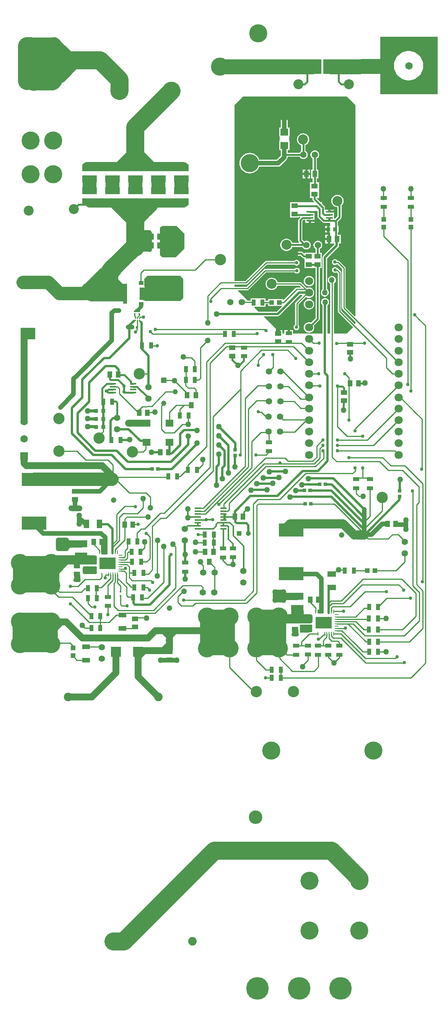
<source format=gtl>
G04*
G04 #@! TF.GenerationSoftware,Altium Limited,Altium Designer,21.0.9 (235)*
G04*
G04 Layer_Physical_Order=1*
G04 Layer_Color=255*
%FSLAX24Y24*%
%MOIN*%
G70*
G04*
G04 #@! TF.SameCoordinates,2D4ACE21-508C-4F28-9509-530EA4604CDE*
G04*
G04*
G04 #@! TF.FilePolarity,Positive*
G04*
G01*
G75*
%ADD17C,0.0157*%
%ADD23C,0.0100*%
%ADD27R,0.0559X0.0425*%
%ADD28R,0.0425X0.0559*%
%ADD29R,0.0709X0.0591*%
%ADD30R,0.1346X0.1299*%
%ADD31R,0.0559X0.0362*%
%ADD32R,0.1264X0.0602*%
%ADD33R,0.0543X0.0409*%
%ADD34R,0.0157X0.0118*%
%ADD35R,0.0551X0.0354*%
%ADD36R,0.0362X0.0559*%
%ADD37R,0.0580X0.0140*%
%ADD38R,0.0350X0.0559*%
%ADD39R,0.0697X0.0413*%
%ADD40R,0.0550X0.0170*%
%ADD41C,0.0098*%
%ADD42R,0.0157X0.0150*%
%ADD43R,0.0579X0.0437*%
%ADD44R,0.1260X0.1024*%
%ADD45R,0.0394X0.0433*%
%ADD46R,0.2126X0.1142*%
%ADD47R,0.0213X0.0236*%
%ADD51R,0.0390X0.0331*%
%ADD52R,0.0559X0.0350*%
%ADD53R,0.0433X0.0579*%
%ADD54R,0.0362X0.0382*%
%ADD55R,0.0590X0.0170*%
%ADD56R,0.0579X0.0433*%
%ADD57R,0.0433X0.0394*%
%ADD58R,0.0394X0.0551*%
%ADD59R,0.0717X0.0476*%
%ADD60R,0.1420X0.1020*%
%ADD61R,0.0100X0.0320*%
%ADD62R,0.0320X0.0100*%
%ADD63R,0.1106X0.0630*%
%ADD64R,0.0850X0.0890*%
%ADD65R,0.0476X0.0717*%
%ADD66R,0.0709X0.0630*%
%ADD67R,0.0417X0.0543*%
%ADD131C,0.0100*%
%ADD132R,0.0331X0.1732*%
%ADD133R,0.0331X0.1114*%
%ADD134C,0.0150*%
%ADD135C,0.0200*%
%ADD136C,0.0140*%
%ADD137C,0.0787*%
%ADD138C,0.0600*%
%ADD139C,0.1575*%
%ADD140C,0.0394*%
%ADD141C,0.1181*%
%ADD142C,0.0591*%
%ADD143C,0.1200*%
%ADD144C,0.0197*%
%ADD145C,0.0400*%
%ADD146C,0.1299*%
%ADD147C,0.0140*%
%ADD148C,0.0000*%
%ADD149C,0.0276*%
%ADD150C,0.0472*%
%ADD151C,0.0500*%
%ADD152C,0.0800*%
%ADD153C,0.0512*%
%ADD154C,0.0098*%
%ADD155C,0.0409*%
%ADD156C,0.0236*%
%ADD157C,0.0138*%
%ADD158C,0.0315*%
%ADD159C,0.0630*%
%ADD160C,0.1102*%
%ADD161C,0.0476*%
%ADD162R,0.0476X0.0476*%
%ADD163C,0.1969*%
%ADD164C,0.1575*%
%ADD165R,0.0650X0.0650*%
%ADD166C,0.0650*%
%ADD167C,0.0866*%
%ADD168C,0.0984*%
%ADD169C,0.0709*%
%ADD170C,0.0560*%
%ADD171C,0.0709*%
%ADD172R,0.0460X0.0460*%
%ADD173C,0.0460*%
%ADD174C,0.0741*%
%ADD175R,0.0741X0.0741*%
%ADD176R,0.0476X0.0476*%
%ADD177R,0.0397X0.0397*%
%ADD178P,0.0430X8X202.5*%
%ADD179C,0.1181*%
%ADD180C,0.1575*%
%ADD181C,0.0300*%
%ADD182C,0.0500*%
G36*
X44370Y92210D02*
X39370D01*
X39370Y97210D01*
X44370Y97210D01*
Y92210D01*
D02*
G37*
G36*
X19455Y80271D02*
X19444Y80221D01*
X19138D01*
Y79942D01*
X19451D01*
Y79742D01*
X19138D01*
Y79462D01*
X19138D01*
Y79434D01*
X19138D01*
Y79154D01*
X19451D01*
Y78954D01*
X19138D01*
Y78675D01*
X19464D01*
Y78609D01*
X19364Y78510D01*
X17240D01*
Y80390D01*
X19337D01*
X19455Y80271D01*
D02*
G37*
G36*
X22320Y80070D02*
Y78790D01*
X21550Y78020D01*
X20406D01*
X20170Y78256D01*
Y78675D01*
X20468D01*
Y78954D01*
X20156D01*
Y79154D01*
X20468D01*
Y79434D01*
X20468D01*
Y79462D01*
X20468D01*
Y79742D01*
X20156D01*
Y79942D01*
X20468D01*
Y80221D01*
X20170D01*
Y80564D01*
X20366Y80760D01*
X21630D01*
X22320Y80070D01*
D02*
G37*
G36*
X22200Y76160D02*
Y74490D01*
X21950Y74240D01*
X18831D01*
Y74763D01*
X18566D01*
Y74963D01*
X18831D01*
Y75520D01*
X18829D01*
Y76046D01*
Y76160D01*
X19079Y76410D01*
X21950D01*
X22200Y76160D01*
D02*
G37*
G36*
X29599Y73803D02*
X30232D01*
Y73803D01*
X30268D01*
Y73803D01*
X30799D01*
X30819Y73757D01*
X30366Y73304D01*
X28786D01*
X28426Y73664D01*
X28445Y73710D01*
X29387D01*
Y73947D01*
X29599D01*
Y73803D01*
D02*
G37*
G36*
X36470Y92010D02*
X37200Y91280D01*
X37200Y72922D01*
X37154Y72902D01*
X36363Y73693D01*
Y77092D01*
X36351Y77151D01*
X36318Y77201D01*
X35828Y77691D01*
X35779Y77724D01*
X35720Y77735D01*
X35637D01*
X35600Y77790D01*
X35518Y77846D01*
X35420Y77865D01*
X35322Y77846D01*
X35240Y77790D01*
X35185Y77708D01*
X35165Y77610D01*
X35185Y77512D01*
X35240Y77430D01*
X35322Y77375D01*
X35420Y77355D01*
X35518Y77375D01*
X35600Y77430D01*
X35657D01*
X36057Y77029D01*
Y73630D01*
X36069Y73571D01*
X36102Y73522D01*
X37200Y72424D01*
Y72252D01*
X37154Y72232D01*
X35983Y73403D01*
Y76700D01*
X35971Y76759D01*
X35938Y76808D01*
X35730Y77016D01*
X35681Y77049D01*
X35654Y77054D01*
X35610Y77120D01*
X35528Y77175D01*
X35430Y77195D01*
X35332Y77175D01*
X35250Y77120D01*
X35194Y77038D01*
X35175Y76940D01*
X35194Y76842D01*
X35250Y76760D01*
X35332Y76705D01*
X35430Y76685D01*
X35528Y76705D01*
X35577Y76737D01*
X35677Y76637D01*
Y73340D01*
X35689Y73281D01*
X35722Y73232D01*
X36997Y71957D01*
X36430Y71390D01*
X35333Y71390D01*
Y75751D01*
X35335Y75751D01*
X35408Y75808D01*
X35464Y75881D01*
X35500Y75966D01*
X35512Y76057D01*
X35500Y76149D01*
X35464Y76234D01*
X35408Y76307D01*
X35335Y76363D01*
X35250Y76398D01*
X35159Y76410D01*
X35067Y76398D01*
X34982Y76363D01*
X34909Y76307D01*
X34853Y76234D01*
X34818Y76149D01*
X34806Y76057D01*
X34818Y75966D01*
X34853Y75881D01*
X34909Y75808D01*
X34982Y75751D01*
X35027Y75733D01*
Y71390D01*
X34767D01*
Y73840D01*
X34820Y73880D01*
X34876Y73953D01*
X34911Y74039D01*
X34923Y74130D01*
X34911Y74221D01*
X34876Y74307D01*
X34820Y74380D01*
X34747Y74436D01*
X34661Y74471D01*
X34570Y74483D01*
X34479Y74471D01*
X34393Y74436D01*
X34320Y74380D01*
X34264Y74307D01*
X34229Y74221D01*
X34217Y74130D01*
X34229Y74039D01*
X34264Y73953D01*
X34320Y73880D01*
X34359Y73851D01*
Y71390D01*
X31776Y71390D01*
Y71691D01*
X31500D01*
Y71414D01*
X31300D01*
Y71691D01*
X31025D01*
Y71390D01*
X30850D01*
Y71705D01*
X30385D01*
X29240Y72850D01*
X29259Y72896D01*
X30450D01*
X30528Y72912D01*
X30594Y72956D01*
X32382Y74743D01*
X32562D01*
X32581Y74697D01*
X31992Y74108D01*
X31959Y74059D01*
X31947Y74000D01*
Y72159D01*
X31894Y72124D01*
X31839Y72041D01*
X31820Y71944D01*
X31839Y71846D01*
X31894Y71764D01*
X31977Y71708D01*
X32075Y71689D01*
X32172Y71708D01*
X32255Y71764D01*
X32310Y71846D01*
X32329Y71944D01*
X32310Y72041D01*
X32255Y72124D01*
X32253Y72125D01*
Y73937D01*
X32899Y74583D01*
X32942Y74550D01*
X33052Y74505D01*
X33171Y74489D01*
X33289Y74505D01*
X33400Y74550D01*
X33495Y74623D01*
X33568Y74718D01*
X33613Y74829D01*
X33629Y74947D01*
X33613Y75066D01*
X33568Y75176D01*
X33495Y75271D01*
X33400Y75344D01*
X33289Y75390D01*
X33171Y75405D01*
X33052Y75390D01*
X32976Y75358D01*
X32504Y75830D01*
X32455Y75863D01*
X32396Y75875D01*
X30441D01*
X30393Y75991D01*
X30307Y76102D01*
X30196Y76187D01*
X30066Y76241D01*
X29927Y76259D01*
X29788Y76241D01*
X29658Y76187D01*
X29547Y76102D01*
X29462Y75991D01*
X29408Y75861D01*
X29389Y75722D01*
X29408Y75583D01*
X29462Y75453D01*
X29547Y75342D01*
X29658Y75256D01*
X29788Y75202D01*
X29927Y75184D01*
X30066Y75202D01*
X30196Y75256D01*
X30307Y75342D01*
X30393Y75453D01*
X30441Y75569D01*
X32333D01*
X32452Y75449D01*
X32433Y75403D01*
X32100D01*
X32041Y75391D01*
X31992Y75358D01*
X30947Y74314D01*
X30901Y74333D01*
Y74397D01*
X30268D01*
Y74397D01*
X30232D01*
Y74397D01*
X29599D01*
Y74253D01*
X29387D01*
Y74470D01*
X28073D01*
Y74263D01*
X27827D01*
X26969Y75121D01*
X26988Y75167D01*
X27810D01*
X27869Y75179D01*
X27918Y75212D01*
X29423Y76717D01*
X31922D01*
X31940Y76690D01*
X32022Y76634D01*
X32120Y76615D01*
X32218Y76634D01*
X32300Y76690D01*
X32355Y76772D01*
X32375Y76870D01*
X32355Y76968D01*
X32300Y77050D01*
X32218Y77105D01*
X32120Y77125D01*
X32022Y77105D01*
X31940Y77050D01*
X31922Y77023D01*
X29360D01*
X29301Y77011D01*
X29252Y76978D01*
X27747Y75473D01*
X26680D01*
Y75657D01*
X27680D01*
X27739Y75669D01*
X27788Y75702D01*
X29495Y77409D01*
X31897D01*
X31916Y77381D01*
X31998Y77326D01*
X32096Y77307D01*
X32193Y77326D01*
X32276Y77381D01*
X32331Y77464D01*
X32351Y77562D01*
X32331Y77659D01*
X32276Y77742D01*
X32193Y77797D01*
X32096Y77817D01*
X31998Y77797D01*
X31916Y77742D01*
X31897Y77715D01*
X29432D01*
X29373Y77703D01*
X29324Y77670D01*
X27617Y75963D01*
X26680D01*
X26680Y91280D01*
X27410Y92010D01*
X36470Y92010D01*
D02*
G37*
G36*
X26880Y61130D02*
X26580D01*
Y61430D01*
X26880D01*
Y61130D01*
D02*
G37*
G36*
Y60630D02*
X26580D01*
Y60930D01*
X26880D01*
Y60630D01*
D02*
G37*
G36*
X20140Y59450D02*
X19840D01*
Y59750D01*
X20140D01*
Y59450D01*
D02*
G37*
G36*
X19640D02*
X19340D01*
Y59750D01*
X19640D01*
Y59450D01*
D02*
G37*
G36*
X34730Y58110D02*
X34430D01*
Y58410D01*
X34730D01*
Y58110D01*
D02*
G37*
G36*
X34230D02*
X33930D01*
Y58410D01*
X34230D01*
Y58110D01*
D02*
G37*
G36*
X33420Y57600D02*
X33120D01*
Y57900D01*
X33420D01*
Y57600D01*
D02*
G37*
G36*
X32920D02*
X32620D01*
Y57900D01*
X32920D01*
Y57600D01*
D02*
G37*
G36*
X41220Y57550D02*
X40920D01*
Y57850D01*
X41220D01*
Y57550D01*
D02*
G37*
G36*
Y57050D02*
X40920D01*
Y57350D01*
X41220D01*
Y57050D01*
D02*
G37*
G36*
X33480Y56420D02*
X33180D01*
Y56720D01*
X33480D01*
Y56420D01*
D02*
G37*
G36*
X32980D02*
X32680D01*
Y56720D01*
X32980D01*
Y56420D01*
D02*
G37*
%LPC*%
G36*
X41929Y95986D02*
X41762D01*
X41597Y95964D01*
X41435Y95921D01*
X41281Y95857D01*
X41136Y95773D01*
X41004Y95672D01*
X40886Y95553D01*
X40784Y95421D01*
X40700Y95276D01*
X40636Y95122D01*
X40593Y94960D01*
X40571Y94795D01*
Y94711D01*
Y94628D01*
X40593Y94462D01*
X40636Y94301D01*
X40700Y94146D01*
X40784Y94002D01*
X40886Y93869D01*
X41004Y93751D01*
X41136Y93649D01*
X41281Y93566D01*
X41435Y93502D01*
X41597Y93458D01*
X41762Y93437D01*
X41929D01*
X42095Y93458D01*
X42256Y93502D01*
X42411Y93566D01*
X42556Y93649D01*
X42688Y93751D01*
X42806Y93869D01*
X42908Y94002D01*
X42991Y94146D01*
X43055Y94301D01*
X43099Y94462D01*
X43120Y94628D01*
Y94711D01*
Y94795D01*
X43099Y94960D01*
X43055Y95122D01*
X42991Y95276D01*
X42908Y95421D01*
X42806Y95553D01*
X42688Y95672D01*
X42556Y95773D01*
X42411Y95857D01*
X42256Y95921D01*
X42095Y95964D01*
X41929Y95986D01*
D02*
G37*
G36*
X31244Y91248D02*
X31166Y91233D01*
X31100Y91189D01*
X30923Y91011D01*
X30870Y90989D01*
X30808Y90942D01*
X30761Y90880D01*
X30731Y90807D01*
X30721Y90730D01*
Y89336D01*
X30566D01*
Y88545D01*
X30610D01*
Y88155D01*
X30566D01*
Y87364D01*
X30701D01*
Y86864D01*
X30356Y86519D01*
X28837D01*
X28824Y86561D01*
X28741Y86715D01*
X28631Y86851D01*
X28495Y86961D01*
X28341Y87044D01*
X28174Y87095D01*
X28000Y87112D01*
X27826Y87095D01*
X27659Y87044D01*
X27505Y86961D01*
X27369Y86851D01*
X27259Y86715D01*
X27176Y86561D01*
X27125Y86394D01*
X27108Y86220D01*
X27125Y86046D01*
X27176Y85879D01*
X27259Y85725D01*
X27369Y85589D01*
X27505Y85479D01*
X27659Y85396D01*
X27826Y85345D01*
X28000Y85328D01*
X28174Y85345D01*
X28341Y85396D01*
X28495Y85479D01*
X28631Y85589D01*
X28741Y85725D01*
X28824Y85879D01*
X28837Y85921D01*
X30480D01*
X30557Y85931D01*
X30630Y85961D01*
X30692Y86008D01*
X30705Y86025D01*
X30722Y86038D01*
X31212Y86528D01*
X31259Y86590D01*
X31289Y86663D01*
X31299Y86740D01*
Y86782D01*
X32333D01*
X32338Y86768D01*
X32399Y86689D01*
X32478Y86628D01*
X32571Y86590D01*
X32670Y86577D01*
X32769Y86590D01*
X32862Y86628D01*
X32941Y86689D01*
X33002Y86768D01*
X33040Y86861D01*
X33053Y86960D01*
X33040Y87059D01*
X33002Y87152D01*
X32941Y87231D01*
X32862Y87292D01*
X32848Y87297D01*
Y87785D01*
X32919Y87814D01*
X33030Y87900D01*
X33116Y88011D01*
X33169Y88141D01*
X33188Y88280D01*
X33169Y88419D01*
X33116Y88549D01*
X33030Y88660D01*
X32919Y88746D01*
X32789Y88799D01*
X32650Y88818D01*
X32511Y88799D01*
X32381Y88746D01*
X32270Y88660D01*
X32184Y88549D01*
X32131Y88419D01*
X32112Y88280D01*
X32131Y88141D01*
X32184Y88011D01*
X32270Y87900D01*
X32381Y87814D01*
X32492Y87769D01*
Y87297D01*
X32478Y87292D01*
X32399Y87231D01*
X32338Y87152D01*
X32333Y87138D01*
X31299D01*
Y87364D01*
X31474D01*
Y88155D01*
X31440D01*
Y88545D01*
X31474D01*
Y89336D01*
X31319D01*
Y90730D01*
X31309Y90807D01*
X31305Y90817D01*
X31389Y90900D01*
X31433Y90966D01*
X31448Y91044D01*
X31433Y91123D01*
X31389Y91189D01*
X31323Y91233D01*
X31244Y91248D01*
D02*
G37*
G36*
X33244Y85652D02*
X33036D01*
Y85380D01*
X33244D01*
Y85652D01*
D02*
G37*
G36*
X32836D02*
X32627D01*
Y85380D01*
X32836D01*
Y85652D01*
D02*
G37*
G36*
X33244Y85180D02*
X33036D01*
Y84908D01*
X33244D01*
Y85180D01*
D02*
G37*
G36*
X32836D02*
X32627D01*
Y84908D01*
X32836D01*
Y85180D01*
D02*
G37*
G36*
X33670Y87343D02*
X33571Y87330D01*
X33478Y87292D01*
X33399Y87231D01*
X33338Y87152D01*
X33300Y87059D01*
X33287Y86960D01*
X33300Y86861D01*
X33338Y86768D01*
X33399Y86689D01*
X33478Y86628D01*
X33492Y86623D01*
Y85652D01*
X33356D01*
Y84908D01*
X33486D01*
Y84547D01*
X33261D01*
Y83962D01*
X33260D01*
Y83792D01*
X33261Y83792D01*
Y83198D01*
X33472D01*
Y83090D01*
X33485Y83022D01*
X33524Y82964D01*
X33530Y82960D01*
X33534Y82954D01*
X33613Y82875D01*
X33592Y82825D01*
X32280Y82825D01*
Y82825D01*
X31520D01*
Y82825D01*
X31520D01*
Y81600D01*
X31520D01*
Y81495D01*
X32280D01*
Y81552D01*
X32384D01*
X32403Y81505D01*
X32274Y81376D01*
X32235Y81318D01*
X32222Y81250D01*
Y79500D01*
X32235Y79432D01*
X32274Y79374D01*
X32313Y79335D01*
X32294Y79288D01*
X31703D01*
X31666Y79379D01*
X31580Y79490D01*
X31469Y79576D01*
X31339Y79629D01*
X31200Y79648D01*
X31061Y79629D01*
X30931Y79576D01*
X30820Y79490D01*
X30734Y79379D01*
X30681Y79249D01*
X30662Y79110D01*
X30681Y78971D01*
X30734Y78841D01*
X30820Y78730D01*
X30931Y78644D01*
X31061Y78591D01*
X31200Y78572D01*
X31339Y78591D01*
X31469Y78644D01*
X31580Y78730D01*
X31666Y78841D01*
X31703Y78932D01*
X32595D01*
X32605Y78908D01*
X32666Y78829D01*
X32745Y78768D01*
X32838Y78730D01*
X32937Y78717D01*
X33036Y78730D01*
X33128Y78768D01*
X33208Y78829D01*
X33269Y78908D01*
X33307Y79001D01*
X33320Y79100D01*
X33307Y79199D01*
X33269Y79292D01*
X33208Y79371D01*
X33128Y79432D01*
X33036Y79470D01*
X32937Y79483D01*
X32838Y79470D01*
X32745Y79432D01*
X32731Y79421D01*
X32578Y79574D01*
Y81176D01*
X32694Y81292D01*
X32845D01*
Y81035D01*
X33140D01*
Y81220D01*
X33240D01*
Y81285D01*
X33635D01*
Y81285D01*
Y81545D01*
Y82060D01*
X33912Y82060D01*
Y81579D01*
X33925Y81511D01*
X33964Y81453D01*
X34323Y81094D01*
X34323Y81094D01*
X34381Y81055D01*
X34449Y81042D01*
X34449Y81042D01*
X34565D01*
Y81035D01*
X34877D01*
X34882Y81032D01*
X34960Y81016D01*
X34969Y81018D01*
X35008Y80986D01*
X35006Y80761D01*
X34945D01*
Y80470D01*
Y80179D01*
X34968D01*
X35003Y80144D01*
X35002Y79999D01*
D01*
X35000Y79610D01*
X34999Y79411D01*
X35002Y79408D01*
Y79221D01*
X35219D01*
Y79221D01*
X35219Y79221D01*
X35301Y79221D01*
Y79221D01*
X35386D01*
Y79144D01*
X34406Y78164D01*
X34362Y78098D01*
X34346Y78020D01*
Y75245D01*
X34300Y75210D01*
X34244Y75137D01*
X34209Y75051D01*
X34197Y74960D01*
X34209Y74869D01*
X34244Y74783D01*
X34300Y74710D01*
X34373Y74654D01*
X34459Y74619D01*
X34550Y74607D01*
X34641Y74619D01*
X34727Y74654D01*
X34800Y74710D01*
X34856Y74783D01*
X34891Y74869D01*
X34903Y74960D01*
X34891Y75051D01*
X34856Y75137D01*
X34800Y75210D01*
X34754Y75245D01*
Y77936D01*
X35734Y78916D01*
X35778Y78982D01*
X35794Y79060D01*
Y79221D01*
X35934D01*
Y79999D01*
X35688D01*
Y80179D01*
X35736D01*
Y80761D01*
X35688D01*
Y81080D01*
X35688Y81080D01*
X35677Y81135D01*
X35946Y81404D01*
X35985Y81462D01*
X35998Y81530D01*
Y82492D01*
X35998Y82492D01*
X35991Y82532D01*
X36024Y82558D01*
X36110Y82669D01*
X36164Y82799D01*
X36182Y82938D01*
X36164Y83077D01*
X36110Y83207D01*
X36024Y83318D01*
X35913Y83404D01*
X35783Y83457D01*
X35644Y83476D01*
X35505Y83457D01*
X35375Y83404D01*
X35264Y83318D01*
X35179Y83207D01*
X35125Y83077D01*
X35107Y82938D01*
X35125Y82799D01*
X35179Y82669D01*
X35264Y82558D01*
X35375Y82472D01*
X35505Y82419D01*
X35642Y82401D01*
Y81604D01*
X35425Y81387D01*
X35370Y81398D01*
X35355D01*
Y81795D01*
Y81915D01*
X34960D01*
Y81980D01*
X34860D01*
Y82165D01*
X34565D01*
X34558Y82212D01*
Y82360D01*
X34558Y82360D01*
X34545Y82428D01*
X34506Y82486D01*
X34310Y82682D01*
Y82825D01*
X34167D01*
X33845Y83148D01*
X33865Y83198D01*
X34039D01*
Y83772D01*
X34040D01*
Y83962D01*
X34039D01*
Y84547D01*
X33843D01*
Y84908D01*
X33973D01*
Y85652D01*
X33848D01*
Y86623D01*
X33862Y86628D01*
X33941Y86689D01*
X34002Y86768D01*
X34040Y86861D01*
X34053Y86960D01*
X34040Y87059D01*
X34002Y87152D01*
X33941Y87231D01*
X33862Y87292D01*
X33769Y87330D01*
X33670Y87343D01*
D02*
G37*
G36*
X35060Y82165D02*
Y82080D01*
X35355D01*
Y82165D01*
X35060D01*
D02*
G37*
G36*
X33635Y81120D02*
X33340D01*
Y81035D01*
X33635D01*
Y81120D01*
D02*
G37*
G36*
X34745Y80761D02*
X34564D01*
Y80570D01*
X34745D01*
Y80761D01*
D02*
G37*
G36*
Y80370D02*
X34564D01*
Y80179D01*
X34745D01*
Y80370D01*
D02*
G37*
G36*
X34802Y79999D02*
X34586D01*
Y79710D01*
X34802D01*
Y79999D01*
D02*
G37*
G36*
Y79510D02*
X34586D01*
Y79221D01*
X34802D01*
Y79510D01*
D02*
G37*
G36*
X33937Y79483D02*
X33838Y79470D01*
X33745Y79432D01*
X33666Y79371D01*
X33605Y79292D01*
X33567Y79199D01*
X33553Y79100D01*
X33567Y79001D01*
X33605Y78908D01*
X33666Y78829D01*
X33742Y78771D01*
Y78435D01*
X33548D01*
Y78435D01*
X33538Y78425D01*
X32779D01*
Y78378D01*
X32733Y78359D01*
X32616Y78476D01*
X32558Y78515D01*
X32490Y78528D01*
X32010D01*
X31942Y78515D01*
X31884Y78476D01*
X31845Y78418D01*
X31832Y78350D01*
X31845Y78282D01*
X31884Y78224D01*
X31942Y78185D01*
X32010Y78172D01*
X32416D01*
X32601Y77986D01*
X32659Y77948D01*
X32728Y77934D01*
X32728Y77934D01*
X32779D01*
Y77450D01*
Y77095D01*
X33538D01*
X33548Y77085D01*
Y77085D01*
X33742D01*
Y72747D01*
X33340Y72345D01*
X33289Y72366D01*
X33171Y72382D01*
X33052Y72366D01*
X32942Y72320D01*
X32847Y72248D01*
X32774Y72153D01*
X32728Y72042D01*
X32712Y71924D01*
X32728Y71805D01*
X32774Y71694D01*
X32847Y71600D01*
X32942Y71527D01*
X33052Y71481D01*
X33171Y71465D01*
X33289Y71481D01*
X33400Y71527D01*
X33495Y71600D01*
X33568Y71694D01*
X33613Y71805D01*
X33629Y71924D01*
X33613Y72042D01*
X33592Y72093D01*
X34046Y72547D01*
X34046Y72547D01*
X34085Y72605D01*
X34098Y72673D01*
Y77085D01*
X34292D01*
Y77695D01*
X34290D01*
Y77825D01*
X34292D01*
Y78435D01*
X34098D01*
Y78756D01*
X34128Y78768D01*
X34208Y78829D01*
X34269Y78908D01*
X34307Y79001D01*
X34320Y79100D01*
X34307Y79199D01*
X34269Y79292D01*
X34208Y79371D01*
X34128Y79432D01*
X34036Y79470D01*
X33937Y79483D01*
D02*
G37*
G36*
X33171Y76413D02*
X33052Y76398D01*
X32942Y76352D01*
X32847Y76279D01*
X32774Y76184D01*
X32728Y76074D01*
X32712Y75955D01*
X32728Y75836D01*
X32774Y75726D01*
X32847Y75631D01*
X32942Y75558D01*
X33052Y75512D01*
X33171Y75497D01*
X33289Y75512D01*
X33400Y75558D01*
X33495Y75631D01*
X33568Y75726D01*
X33613Y75836D01*
X33629Y75955D01*
X33613Y76074D01*
X33568Y76184D01*
X33495Y76279D01*
X33400Y76352D01*
X33289Y76398D01*
X33171Y76413D01*
D02*
G37*
G36*
Y74398D02*
X33052Y74382D01*
X32942Y74336D01*
X32847Y74263D01*
X32774Y74169D01*
X32728Y74058D01*
X32712Y73939D01*
X32728Y73821D01*
X32774Y73710D01*
X32847Y73615D01*
X32942Y73543D01*
X33052Y73497D01*
X33171Y73481D01*
X33289Y73497D01*
X33400Y73543D01*
X33495Y73615D01*
X33568Y73710D01*
X33613Y73821D01*
X33629Y73939D01*
X33613Y74058D01*
X33568Y74169D01*
X33495Y74263D01*
X33400Y74336D01*
X33289Y74382D01*
X33171Y74398D01*
D02*
G37*
%LPD*%
D17*
X17836Y66766D02*
X18194D01*
X17830Y66772D02*
X17836Y66766D01*
X18194D02*
X19064Y65896D01*
X15158Y65230D02*
Y66638D01*
X16460Y64060D02*
Y65370D01*
X15900Y65480D02*
X16350D01*
X16460Y65370D01*
X15824Y67831D02*
X15860Y67795D01*
X15633Y67028D02*
X16090D01*
X15665Y66260D02*
X16090D01*
X15549Y66400D02*
X15665Y66516D01*
X16090D01*
X15525Y66400D02*
X15665Y66260D01*
X17078Y67780D02*
X17640Y67217D01*
X16540Y67831D02*
X16591Y67780D01*
X17078D01*
X17647Y67028D02*
X17830D01*
X17640Y67034D02*
X17647Y67028D01*
X17640Y67034D02*
Y67217D01*
X15158Y66638D02*
X15548Y67028D01*
X15695D01*
D23*
X29670Y61865D02*
Y62600D01*
X29370Y60570D02*
X31080D01*
X31360Y60290D02*
X33490D01*
X31080Y60570D02*
X31360Y60290D01*
X33490D02*
X33830Y60630D01*
Y61579D01*
X34395Y62144D01*
X24050Y53870D02*
Y53968D01*
X25310Y56510D02*
X29370Y60570D01*
X31300Y69950D02*
X32025Y69225D01*
X38764Y61655D02*
X40974Y63864D01*
X35660Y61655D02*
X38764D01*
X33720Y59830D02*
X34430Y60540D01*
Y61180D01*
X29410Y59830D02*
X33720D01*
X34110Y60560D02*
Y61380D01*
X33610Y60060D02*
X34110Y60560D01*
X29240Y60060D02*
X33610D01*
X34110Y61380D02*
X34400Y61670D01*
X40635Y61180D02*
X40974Y60841D01*
X35675Y61180D02*
X40635D01*
X25710Y56200D02*
X25730D01*
X25750Y56220D02*
Y56570D01*
X29240Y60060D01*
X25730Y56200D02*
X25750Y56220D01*
X26220Y56640D02*
X29410Y59830D01*
X26090Y55940D02*
X26220Y56070D01*
Y56640D01*
X36980Y59210D02*
X37200Y59430D01*
X32880Y59210D02*
X36980D01*
X30620Y56950D02*
X32880Y59210D01*
X28700Y56950D02*
X30620D01*
X42050Y66380D02*
Y80526D01*
X26964Y68620D02*
X27070D01*
X25980Y70250D02*
X31821D01*
X24550Y59770D02*
Y68820D01*
X25980Y70250D01*
X31230Y70550D02*
X32529D01*
X24250Y61570D02*
Y68940D01*
X25860Y70550D02*
X31230D01*
X24250Y68940D02*
X25860Y70550D01*
X36650Y63870D02*
X36654Y67240D01*
X36270Y67880D02*
X36324D01*
X36404Y67800D02*
X36415D01*
X36654Y67240D02*
X36655Y67560D01*
X36415Y67800D02*
X36655Y67560D01*
X36324Y67880D02*
X36404Y67800D01*
X42001Y48356D02*
X42023Y48378D01*
X39959Y48356D02*
X42001D01*
X36660Y60580D02*
X36680Y60600D01*
X39580D01*
X40300Y59880D01*
X35650Y63290D02*
X36490Y62450D01*
X35650Y63290D02*
Y66810D01*
X37200Y59430D02*
Y59700D01*
X19400Y49900D02*
X19578Y49722D01*
X27210Y68140D02*
X29020Y69950D01*
X27210Y66300D02*
Y68140D01*
X27210Y60827D02*
Y66300D01*
X24800Y64150D02*
X27185Y66535D01*
X27490Y69416D02*
X27500Y69426D01*
X19770Y71770D02*
X29266D01*
X29436Y71600D01*
X29500D01*
X28622Y71350D02*
X28650Y71378D01*
X26624Y71350D02*
X28622D01*
X19360Y71560D02*
X19560Y71360D01*
X25838D01*
X34374Y47310D02*
Y47880D01*
Y47196D02*
Y47236D01*
Y47310D01*
Y47146D02*
Y47196D01*
X15550Y52365D02*
Y52465D01*
Y52660D01*
X28990Y62800D02*
X29600D01*
X28181Y61992D02*
X28990Y62800D01*
X29600D02*
X29660Y62860D01*
X30766Y62820D02*
X31910D01*
X32838Y63748D01*
X30660Y64155D02*
Y64170D01*
Y64155D02*
X30915Y63900D01*
X32954D01*
X33135D01*
Y63864D02*
X33171D01*
X29400Y64170D02*
X29660D01*
X32396Y75722D02*
X33171Y74947D01*
X29927Y75722D02*
X32396D01*
X29360Y76870D02*
X32120D01*
X27810Y75320D02*
X29360Y76870D01*
X25513Y75320D02*
X27810D01*
X27680Y75810D02*
X29432Y77562D01*
X25480Y75810D02*
X27680D01*
X29432Y77562D02*
X32096D01*
X28500Y40310D02*
X28580Y40230D01*
X26234Y42316D02*
X28240Y40310D01*
X28500D01*
X24266Y44234D02*
X24500Y44000D01*
X10673Y44450D02*
X12350D01*
X26234Y42316D02*
Y44007D01*
X18510Y75805D02*
X18535Y75780D01*
X18510Y75805D02*
Y76660D01*
X18790Y76940D02*
X23250D01*
X18510Y76660D02*
X18790Y76940D01*
X24140Y77830D02*
X25450D01*
X23250Y76940D02*
X24140Y77830D01*
X19456Y70429D02*
X19545Y70340D01*
X19456Y70429D02*
Y70511D01*
X19545Y70340D02*
X19960D01*
X19110Y67890D02*
X19160Y67840D01*
X18370Y67890D02*
X19110D01*
X20633Y66302D02*
X20663Y66331D01*
X20632Y66301D02*
X20633Y66302D01*
X18314Y64683D02*
X18630Y65018D01*
X16980Y65820D02*
X16980D01*
X18280Y64520D01*
X16630Y66170D02*
X16980Y65820D01*
X19447Y65043D02*
X19477Y65072D01*
X19478Y65073D02*
X20632Y66301D01*
X18630Y65018D02*
X19447Y65043D01*
X19477Y65072D02*
X19478Y65073D01*
X20663Y66331D02*
X21525D01*
X15230Y62869D02*
Y63263D01*
X14880Y62519D02*
X15230Y62869D01*
X14880Y62280D02*
Y62519D01*
X18940Y61330D02*
Y61880D01*
X18710Y61100D02*
X18940Y61330D01*
X17790Y61100D02*
X18710D01*
X16630Y66170D02*
Y66630D01*
X16460Y64060D02*
X16480Y64040D01*
X20310Y63060D02*
X20620Y62750D01*
X21400D01*
X20310Y63060D02*
Y65093D01*
X20525Y65308D01*
Y65331D01*
X26530Y51300D02*
X26540Y51290D01*
X24936Y48870D02*
Y50589D01*
X24462Y51535D02*
X24936Y51061D01*
X22174Y49474D02*
X23736D01*
X23900Y48870D02*
Y49310D01*
X23736Y49474D02*
X23900Y49310D01*
X25680Y52694D02*
X25710Y52724D01*
X22370Y52170D02*
X22390Y52150D01*
X23720Y51422D02*
Y51530D01*
X23936Y50589D02*
Y51206D01*
X23720Y51422D02*
X23936Y51206D01*
X23520Y53880D02*
X24016D01*
X13710Y60400D02*
X15650D01*
X11480Y61160D02*
X12960Y61150D01*
X13710Y60400D01*
X16090Y58938D02*
X16150Y58878D01*
X16090Y58938D02*
Y59960D01*
X15650Y60400D02*
X16090Y59960D01*
X18751Y72811D02*
X18760Y72820D01*
X18366Y72717D02*
X18460Y72811D01*
X18751D01*
X13630Y74900D02*
X13820Y75090D01*
X13779Y82612D02*
X14030Y82863D01*
X35086Y94134D02*
Y94620D01*
X33464D02*
X33550Y94534D01*
X41845Y94735D02*
X41872Y94708D01*
X33464Y94620D02*
X33604Y94760D01*
X33783Y77408D02*
X33843Y77467D01*
X35448Y77582D02*
X35720D01*
X35420Y77610D02*
X35448Y77582D01*
X35720D02*
X36210Y77092D01*
Y73630D02*
Y77092D01*
X35462Y76908D02*
X35622D01*
X35830Y73340D02*
X39919Y69251D01*
X35830Y73340D02*
Y76700D01*
X35430Y76940D02*
X35462Y76908D01*
X35622D02*
X35830Y76700D01*
X33765Y77545D02*
X33920Y77390D01*
X24620Y74190D02*
Y74427D01*
X25513Y75320D01*
X33880Y78940D02*
X33920Y78900D01*
X35159Y76057D02*
X35180Y76036D01*
Y60642D02*
Y76036D01*
Y60642D02*
X35572Y60250D01*
X39919Y68431D02*
Y69251D01*
X32900Y79000D02*
X32925Y78975D01*
X32650Y88280D02*
X32670Y88260D01*
X31030Y86990D02*
X31060Y86960D01*
X33650Y83090D02*
X33660Y83080D01*
X33664Y84324D02*
X33740Y84248D01*
X33664Y85280D02*
X33670Y85286D01*
X32906Y85310D02*
X32936Y85280D01*
X30480Y86220D02*
X30510Y86250D01*
X18678Y74764D02*
X18947D01*
X18663Y74674D02*
X18931D01*
X18673Y74584D02*
X18941D01*
X18694Y74357D02*
X18963D01*
X18663Y74504D02*
X18931D01*
X18646Y74430D02*
X18914D01*
X18649Y75036D02*
X18917D01*
X18666Y75110D02*
X18934D01*
X18697Y74963D02*
X18966D01*
X18676Y75190D02*
X18944D01*
X18666Y75280D02*
X18934D01*
X18681Y75370D02*
X18950D01*
X18566Y75255D02*
X18681Y75370D01*
X18566Y74863D02*
Y75255D01*
X24330Y72187D02*
Y74660D01*
X25480Y75810D01*
X23551Y67350D02*
X23700Y67499D01*
Y70150D02*
X24330Y70780D01*
X23700Y67499D02*
Y70150D01*
X30680Y65490D02*
X31870D01*
X30670Y65500D02*
X30680Y65490D01*
X31870D02*
X32460Y64900D01*
X31380Y66780D02*
X32460Y65700D01*
X30670Y66800D02*
X30690Y66780D01*
X31380D01*
X30489Y68101D02*
X30911D01*
X16490Y66770D02*
X16630Y66630D01*
X16156Y66770D02*
X16490D01*
X39919Y68431D02*
X40458Y67892D01*
X36210Y73630D02*
X40961Y68879D01*
X40458Y67892D02*
X40974D01*
X29020Y69950D02*
X31300D01*
X24800Y59410D02*
Y64150D01*
X32868Y75250D02*
X33171Y74947D01*
X33135Y63900D02*
X33171Y63864D01*
X33047Y74947D02*
X33171D01*
X33047D02*
X33050Y74950D01*
X32954Y63864D02*
X33135D01*
X33178Y67884D02*
X34001D01*
X33171Y67892D02*
X33178Y67884D01*
X34001D02*
X34009Y67877D01*
X28730Y69049D02*
X29225Y69544D01*
X28730Y68640D02*
Y69049D01*
X28787Y64563D02*
X29007D01*
X28749Y64601D02*
X28787Y64563D01*
X29007D02*
X29400Y64170D01*
X29670Y68100D02*
X30040Y68470D01*
Y69496D01*
X35140Y50451D02*
X35260D01*
X35573Y50763D02*
X35683D01*
X35760Y50840D02*
X36221D01*
X36296Y50764D01*
X35260Y50451D02*
X35573Y50763D01*
X35683D02*
X35760Y50840D01*
X28320Y48980D02*
Y56570D01*
X22270Y48200D02*
X27540D01*
X28320Y48980D01*
X28620Y48820D02*
Y56420D01*
X23270Y47910D02*
X27710D01*
X28620Y48820D01*
X23349Y59510D02*
X23454D01*
X35318Y47220D02*
X36180D01*
X34016Y45899D02*
X34349Y46231D01*
X34421Y45156D02*
X34531D01*
X33391Y45448D02*
Y45999D01*
X32560Y46009D02*
X33111D01*
X33310Y45470D02*
Y45751D01*
X33222Y45444D02*
X33387D01*
X32560Y45441D02*
X33111D01*
X23290Y53185D02*
X24153D01*
X32556Y45587D02*
Y45990D01*
X32536Y45460D02*
Y45990D01*
X31970Y45707D02*
X32133Y45544D01*
X31770D02*
X31933Y45707D01*
X31800Y45079D02*
X32140D01*
X18190Y71691D02*
Y71929D01*
X15975Y51025D02*
X16050Y50950D01*
X15479Y50400D02*
X15698D01*
X13504Y51080D02*
X14056D01*
X14611Y50519D02*
Y51070D01*
X13900Y47900D02*
Y48420D01*
X13500Y50524D02*
Y51076D01*
X13504Y50511D02*
X14055D01*
X24836Y52401D02*
Y53222D01*
X24837Y53224D01*
X24814Y53200D02*
X24836Y53222D01*
X24837Y53224D02*
Y53870D01*
X27402Y55450D02*
X27517Y55565D01*
X27800Y56130D02*
Y56130D01*
X28320Y56570D02*
X28700Y56950D01*
X28620Y56420D02*
X28770Y56570D01*
X18190Y53317D02*
X18227Y53280D01*
X18190Y54030D02*
X18560Y54400D01*
X18190Y53317D02*
Y54030D01*
X17440Y53280D02*
Y53378D01*
X17571Y53510D01*
X18560Y54400D02*
X18850D01*
X17815Y54770D02*
X17845Y54800D01*
X18280D01*
X17300Y55440D02*
X19130D01*
X17110Y54770D02*
Y55250D01*
X17300Y55440D01*
X16289Y52589D02*
X17110Y53410D01*
Y54770D01*
X17347Y52677D02*
Y53280D01*
X17471Y53404D01*
X17150Y52480D02*
X17347Y52677D01*
X16289Y52365D02*
Y52589D01*
X17150Y52000D02*
Y52480D01*
X19170Y64525D02*
X19740D01*
X20525Y67331D02*
X21419D01*
X21450Y67300D01*
X23920Y59977D02*
Y60430D01*
X23454Y59510D02*
X23920Y59977D01*
X21680Y58960D02*
Y59064D01*
X29910Y41410D02*
X29920Y41420D01*
X29390Y41410D02*
X29910D01*
X30691Y41440D02*
X42050D01*
X42800Y42190D01*
X30691Y41440D02*
X30691Y41440D01*
X30706Y41496D02*
Y42020D01*
X37202Y63112D02*
X40974Y66884D01*
X37202Y62952D02*
Y63112D01*
X37170Y62920D02*
X37202Y62952D01*
X40974Y66884D02*
X40974D01*
X20720Y55330D02*
X24800Y59410D01*
X39193Y47589D02*
X39959Y48356D01*
X15630Y46930D02*
Y47686D01*
X35580Y70550D02*
X35585Y70545D01*
X37989D01*
X38004Y70560D01*
X32954Y63813D02*
Y63864D01*
X32838Y63748D02*
X32890D01*
X32954Y63813D01*
X40904Y68970D02*
X40974Y68900D01*
X23219Y67350D02*
X23551D01*
X41780Y66969D02*
Y77770D01*
X39674Y79876D02*
X41780Y77770D01*
X42760Y72640D02*
X42760D01*
X43320Y61540D02*
Y72080D01*
X42760Y72640D02*
X43320Y72080D01*
X33171Y70916D02*
X33536Y70550D01*
X34050D01*
X42370Y73030D02*
X42760Y72640D01*
X43320Y42710D02*
Y61540D01*
X42800Y42190D02*
X43320Y42710D01*
X29876Y42120D02*
X29913D01*
X29410D02*
X29876D01*
Y42190D01*
Y41596D02*
X29943Y41530D01*
X28576Y42954D02*
Y44007D01*
Y42954D02*
X29410Y42120D01*
X37376Y58810D02*
X37850D01*
X37840Y59694D02*
X37850Y59684D01*
Y58810D02*
Y59684D01*
Y58810D02*
X38384D01*
X40300Y59880D02*
X41520D01*
X41320Y59490D02*
X42740Y58070D01*
X39320Y60250D02*
X40080Y59490D01*
X35572Y60250D02*
X39320D01*
X40080Y59490D02*
X41320D01*
X33203Y66852D02*
X34088D01*
X34120Y66820D01*
X33171Y66884D02*
X33203Y66852D01*
X38384Y58810D02*
X38480Y58714D01*
X36490Y62450D02*
X37840D01*
X38231Y62130D02*
X40974Y64872D01*
X35660Y62130D02*
X38231D01*
X20470Y78504D02*
X20508Y78466D01*
X37984Y53850D02*
X38324Y53510D01*
X40050D01*
X40430Y53890D02*
X40940D01*
X40050Y53510D02*
X40430Y53890D01*
X37984Y53850D02*
X38024Y53890D01*
X40940D02*
X41453Y53377D01*
X16486Y50104D02*
X17270Y49320D01*
Y48589D02*
X17399Y48460D01*
X17270Y48589D02*
Y49320D01*
X17823Y48460D02*
X17859Y48424D01*
X17399Y48460D02*
X17823D01*
X16486Y50104D02*
Y50435D01*
X14987Y46250D02*
Y46800D01*
Y46250D02*
X15760D01*
X14000D02*
X14987D01*
Y45831D02*
Y46250D01*
X16162Y58890D02*
X20876D01*
X18600Y48350D02*
X19100D01*
X35370Y56560D02*
X37847Y54083D01*
X33370Y56560D02*
X35370D01*
X37760Y53850D02*
X37984D01*
X28770Y56570D02*
X32830D01*
X32556Y45990D02*
Y46005D01*
X32536Y45990D02*
Y46005D01*
Y45453D02*
Y45460D01*
X16322Y58730D02*
X17512Y57540D01*
X40990Y49530D02*
X41440Y49080D01*
X38110Y42730D02*
X41475D01*
X40677Y43130D02*
X40777Y43230D01*
X40840D01*
X38090Y43130D02*
X40677D01*
X11401Y48900D02*
X13350D01*
X10835Y49466D02*
X11401Y48900D01*
X10723Y49466D02*
X10835D01*
X13350Y48900D02*
X13627Y49177D01*
X34940Y47990D02*
X35070Y48120D01*
X35980D01*
X37890Y50030D01*
X34880Y47620D02*
X35140Y47880D01*
X34925Y49094D02*
X35140Y49309D01*
X29444Y60827D02*
X29660Y61043D01*
X28540Y60827D02*
X29444D01*
X27880Y59780D02*
Y64820D01*
X24040Y55940D02*
X27880Y59780D01*
Y64820D02*
X28610Y65550D01*
X30911Y68101D02*
X33171Y65841D01*
X28181Y59731D02*
Y61992D01*
X28610Y65550D02*
X29564D01*
X32865Y65700D02*
X33006Y65841D01*
X32460Y65700D02*
X32865D01*
X27600Y65750D02*
X28700Y66850D01*
X29440D01*
X27600Y59850D02*
Y65750D01*
X33006Y65841D02*
X33171D01*
X30440Y68150D02*
X30489Y68101D01*
X38040Y48930D02*
X39940D01*
X15525Y66400D02*
X15549D01*
X15510D02*
X15525D01*
X20520Y67326D02*
X20525Y67331D01*
X18182Y71929D02*
X18210Y71957D01*
Y72557D01*
X18060Y71561D02*
X18190Y71691D01*
X18060Y71540D02*
Y71561D01*
X18366Y72559D02*
X18490Y72435D01*
X17988Y72559D02*
X18051D01*
X17909Y72480D02*
X17988Y72559D01*
X17992Y72908D02*
X18051Y72849D01*
X17992Y72908D02*
Y73089D01*
X18382Y72982D02*
Y73089D01*
X18209Y72717D02*
Y72809D01*
Y72713D02*
Y72717D01*
Y72809D02*
X18382Y72982D01*
X14056Y51083D02*
X14607D01*
X18382Y73089D02*
X18386D01*
X18051Y72717D02*
Y72849D01*
X33222Y46012D02*
X33387D01*
X12800Y49840D02*
X13140D01*
X15550Y52227D02*
Y52365D01*
X14601Y51359D02*
Y52028D01*
X14440Y52038D02*
X14601D01*
X14440Y51354D02*
X14597D01*
X14055Y50514D02*
X14607D01*
X15105Y52220D02*
X15538D01*
X12933Y50468D02*
X12950D01*
X12770Y50305D02*
X12933Y50468D01*
X12950D02*
X12970D01*
X13133Y50305D01*
X22060Y47680D02*
X23040D01*
X21750Y47990D02*
X22060Y47680D01*
X21750Y47990D02*
Y48500D01*
X23040Y47680D02*
X23270Y47910D01*
X15420Y50110D02*
Y50341D01*
X15698Y50400D02*
Y50435D01*
X15420Y50341D02*
X15479Y50400D01*
X16760Y50908D02*
X17128D01*
X17190Y50970D01*
X16760Y51301D02*
X17278D01*
X17500Y50565D02*
Y51080D01*
X17278Y51301D02*
X17500Y51080D01*
X36560Y46130D02*
X38130Y44560D01*
X35594Y46132D02*
X36558D01*
X36998Y46130D02*
X38048Y45080D01*
X36558Y46132D02*
X36997D01*
X35318Y47196D02*
Y47220D01*
X34010Y44825D02*
X34089D01*
X34421Y45156D01*
X34531D02*
Y45266D01*
X33972Y44787D02*
X34010Y44825D01*
X35592Y45739D02*
X36339D01*
X36350Y45750D01*
X38398Y44560D02*
X38403Y44556D01*
X38130Y44560D02*
X38398D01*
X38480Y55490D02*
Y57936D01*
X38090Y55100D02*
X38480Y55490D01*
X37984Y53850D02*
Y54394D01*
X39540Y55950D02*
Y57130D01*
X37984Y54394D02*
X39540Y55950D01*
X37290Y58724D02*
X37376Y58810D01*
X37530Y57220D02*
X37870D01*
X37280Y57470D02*
X37530Y57220D01*
X37280Y57470D02*
Y57806D01*
X32460Y64900D02*
X33143D01*
X20240Y55330D02*
X20720D01*
X20213Y55763D02*
X20543D01*
X24550Y59770D01*
X19520Y50820D02*
Y54610D01*
X20240Y55330D01*
X18850Y54400D02*
X20213Y55763D01*
X18970Y57540D02*
X19340Y57170D01*
X17512Y57540D02*
X18970D01*
X19340Y56220D02*
Y57170D01*
X18720Y56220D02*
Y57010D01*
X18220Y55720D02*
X18720Y56220D01*
X16970Y55720D02*
X18220D01*
X19176Y50476D02*
X19520Y50820D01*
X16650Y55400D02*
X16970Y55720D01*
X17100Y56350D02*
X18050D01*
X21320Y53070D02*
X21550Y52840D01*
Y49250D02*
Y52840D01*
X19600Y47300D02*
X21550Y49250D01*
X16760Y50711D02*
X17079D01*
X17260Y49750D02*
Y50530D01*
X17079Y50711D02*
X17260Y50530D01*
Y49750D02*
X17674Y49336D01*
X17910D02*
X17946Y49300D01*
X17674Y49336D02*
X17910D01*
X16862Y47688D02*
X17326D01*
X16740Y47810D02*
X16862Y47688D01*
X16740Y47810D02*
Y48563D01*
X16486Y49684D02*
Y50104D01*
X16740Y48912D02*
Y49430D01*
X16486Y49684D02*
X16740Y49430D01*
X16180Y47670D02*
Y49640D01*
X16289Y49749D02*
Y50435D01*
X16180Y49640D02*
X16289Y49749D01*
X16180Y47670D02*
X16550Y47300D01*
X15630Y49480D02*
X16092Y49942D01*
X15630Y48474D02*
Y49480D01*
X19100Y48350D02*
X20500Y49750D01*
X34374Y47080D02*
Y47146D01*
X33944Y47080D02*
X34137D01*
X34334D02*
X34374D01*
X34137Y47146D02*
X34334D01*
Y47236D02*
X34374D01*
X34137D02*
X34334D01*
X33944Y47146D02*
X34137D01*
X33944Y47236D02*
X34137D01*
X34334Y47310D02*
X34374D01*
X34334Y47146D02*
X34374D01*
X33944Y47310D02*
X34137D01*
Y47080D02*
X34334D01*
X34137Y47310D02*
X34334D01*
X13900Y47900D02*
X14200Y47600D01*
X14450Y47642D02*
Y47650D01*
X14408Y47600D02*
X14450Y47642D01*
X14200Y47600D02*
X14408D01*
X19090Y49300D02*
X19283Y49107D01*
X18734Y49300D02*
X19090D01*
X16550Y47300D02*
X19600D01*
X15760Y46250D02*
X16395Y46885D01*
X12400Y47850D02*
X14000Y46250D01*
X14129Y46729D02*
X14200Y46800D01*
X14095Y46763D02*
X14129Y46729D01*
X14080Y46920D02*
X14095Y46763D01*
X12550Y48450D02*
X14080Y46920D01*
X11350Y48450D02*
X12550D01*
X13400Y46000D02*
X13650Y45750D01*
X16092Y49942D02*
Y50435D01*
X14950Y49280D02*
X15080D01*
X14825D02*
X14950D01*
X14700D02*
X14825D01*
X14600Y48354D02*
Y49230D01*
X15080Y49280D02*
X15895Y50095D01*
X13813Y49221D02*
Y49230D01*
X13627Y49177D02*
X13769D01*
X13813Y49221D01*
X12400Y49400D02*
X13050D01*
X13650Y50000D02*
X14950D01*
X13050Y49400D02*
X13650Y50000D01*
X16920Y46885D02*
X17085Y47050D01*
X19750D02*
X22174Y49474D01*
X17085Y47050D02*
X19750D01*
X20500Y49750D02*
Y52850D01*
X22200Y48950D02*
X22290D01*
X21750Y48500D02*
X22200Y48950D01*
X31810Y85530D02*
X32556D01*
X18968Y46662D02*
X19000Y46630D01*
X18040Y46662D02*
X18968D01*
X23470Y60790D02*
X23470D01*
X24250Y61570D01*
X22618Y59400D02*
Y59938D01*
X23470Y60790D01*
X21680Y58960D02*
X21930D01*
X22370Y59400D02*
X22618D01*
X21930Y58960D02*
X22370Y59400D01*
X32600Y42400D02*
Y42500D01*
X33064Y42964D02*
Y43455D01*
X32600Y42500D02*
X33064Y42964D01*
X33600Y42000D02*
X33980Y42380D01*
Y43396D01*
X31720Y42000D02*
X33600D01*
X30600Y43120D02*
X31720Y42000D01*
X12350Y44450D02*
X12616Y44184D01*
X15065Y44135D02*
X15100Y44100D01*
X13750Y44135D02*
X15065D01*
X12600Y43315D02*
X12950Y42965D01*
X13750D01*
X13400Y51500D02*
X13401Y51498D01*
X10723Y49077D02*
Y49466D01*
Y49077D02*
X11350Y48450D01*
X25710Y55940D02*
X26090D01*
X26100Y46632D02*
X26234Y46766D01*
X41000Y65950D02*
X42450Y64500D01*
X43000Y63950D01*
Y59600D02*
Y63950D01*
X42220Y49412D02*
Y57700D01*
X41520Y59880D02*
X43080Y58320D01*
Y49810D02*
Y58320D01*
X42530Y56480D02*
X42740Y56690D01*
Y58070D01*
X42530Y49550D02*
Y56480D01*
X43090Y45731D02*
Y48990D01*
X42530Y49550D02*
X43090Y48990D01*
X42790Y46380D02*
Y48843D01*
X42220Y49412D02*
X42790Y48843D01*
X38925Y50764D02*
X40742D01*
X41510Y51532D01*
Y52332D01*
X36870Y43970D02*
X38110Y42730D01*
X35280Y44900D02*
X35940D01*
X36870Y43970D01*
Y43970D02*
Y43970D01*
X35318Y45266D02*
X35954D01*
X38090Y43130D01*
X32510Y44234D02*
Y44570D01*
X33207Y45266D02*
X33940D01*
X32510Y44570D02*
X33207Y45266D01*
X31244Y43436D02*
X32040D01*
X31059Y43621D02*
X31244Y43436D01*
X30600Y43120D02*
Y43910D01*
X34400Y44675D02*
X34728Y45002D01*
Y45266D01*
X34400Y44224D02*
Y44675D01*
X35820Y44224D02*
Y44500D01*
X35690Y44630D02*
X35820Y44500D01*
X34400Y44224D02*
X34860D01*
X33940D02*
X34400D01*
X32520D02*
X33000D01*
X32040D02*
X32520D01*
X32510Y44234D02*
X32520Y44224D01*
X35820Y43200D02*
Y43436D01*
X35350Y42730D02*
X35820Y43200D01*
X34860Y43220D02*
Y43436D01*
Y43220D02*
X35350Y42730D01*
X33940Y43436D02*
X33980Y43396D01*
X35150Y44630D02*
X35690D01*
X34925Y44855D02*
X35150Y44630D01*
X34925Y44855D02*
Y45266D01*
X35122Y45058D02*
X35280Y44900D01*
X35122Y45058D02*
Y45266D01*
X14911Y52365D02*
Y52539D01*
X14400Y53050D02*
Y53300D01*
X15450Y51550D02*
X15600Y51400D01*
X15300Y52370D02*
X15305Y52365D01*
X15926Y51400D02*
X16050Y51276D01*
Y51100D02*
Y51276D01*
X16760Y51695D02*
X17195D01*
X17042Y51892D02*
X17150Y52000D01*
X16760Y51892D02*
X17042D01*
X16400Y55650D02*
X17100Y56350D01*
X17798Y45715D02*
X18040Y45958D01*
X17941Y50565D02*
X17956Y50550D01*
X17500Y50565D02*
X17941D01*
X17730Y51498D02*
X17756Y51524D01*
X17450Y52400D02*
X17756D01*
X18494D02*
Y52400D01*
X18824Y53276D02*
X18850Y53250D01*
Y52756D02*
Y53250D01*
X21000Y61300D02*
X21000Y61300D01*
X22650Y64206D02*
X22694Y64250D01*
X22267Y65167D02*
X22925D01*
X22425Y66856D02*
X22631Y66650D01*
X22425Y67344D02*
X22431Y67350D01*
X22250Y69300D02*
X22900D01*
X23299Y66033D02*
X23325Y66059D01*
X23175Y66650D02*
X23325Y66500D01*
X24050Y56300D02*
Y56300D01*
X23950Y56200D02*
X24050Y56300D01*
X33285Y47985D02*
Y48044D01*
X33743Y47196D02*
Y47527D01*
X33143Y64900D02*
X33171Y64872D01*
X35122Y47512D02*
X35240Y47630D01*
X35122Y47196D02*
Y47512D01*
X14400Y53050D02*
X14911Y52539D01*
X15600Y51100D02*
X15698Y51002D01*
X15108Y50158D02*
Y50435D01*
X15895Y50095D02*
Y50435D01*
X16050Y50950D02*
Y51100D01*
X16046Y53046D02*
X16400Y53400D01*
X17500Y50150D02*
X17750Y49900D01*
X17500Y50150D02*
Y50565D01*
X18494Y52400D02*
X18850Y52756D01*
X19950Y50150D02*
Y50300D01*
Y53380D02*
X19970Y53400D01*
X21000Y63585D02*
Y64550D01*
X21906Y64250D02*
Y64806D01*
X22650Y63500D02*
Y64206D01*
X22425Y66856D02*
Y67344D01*
X23325Y66059D02*
Y66500D01*
X23219Y68300D02*
Y68981D01*
X24936Y50589D02*
Y51061D01*
X32100Y71950D02*
Y74000D01*
X34432Y46231D02*
X34531Y46133D01*
X34349Y46231D02*
X34432D01*
X39674Y79876D02*
Y80565D01*
Y81235D02*
Y82318D01*
X39650Y83106D02*
Y83900D01*
X42490Y46802D02*
Y48802D01*
X42060Y81285D02*
Y82368D01*
Y83182D02*
Y84000D01*
X16400Y53400D02*
Y55650D01*
X16650Y53400D02*
Y55400D01*
X19300Y51800D02*
Y53700D01*
X19950Y50300D02*
Y53380D01*
X22431Y67350D02*
Y68300D01*
X13650Y45750D02*
X14206D01*
X16920Y45715D02*
X17798D01*
X16395Y46885D02*
X16920D01*
X16760Y51498D02*
X17730D01*
X15600Y51400D02*
X15926D01*
X17350Y52300D02*
X17450Y52400D01*
X17350Y51850D02*
Y52300D01*
X18750Y50476D02*
X19176D01*
X19000Y54000D02*
X19300Y53700D01*
X23523Y52400D02*
X24110D01*
X23490Y55680D02*
X24130D01*
X23490Y55940D02*
X24040D01*
X23490Y56200D02*
X23950D01*
X22150Y63500D02*
X22550D01*
X21906Y64806D02*
X22267Y65167D01*
X22631Y66650D02*
X23175D01*
X22900Y69300D02*
X23219Y68981D01*
X27350Y74110D02*
X28418D01*
X27300Y74060D02*
X27350Y74110D01*
X28980Y74100D02*
X29865D01*
X30585D02*
X30950D01*
X35592Y45542D02*
X36028D01*
X32100Y75250D02*
X32868D01*
X37890Y43680D02*
X38403D01*
X37940Y45630D02*
X38396D01*
X37990Y47480D02*
X38403D01*
X37084Y50764D02*
X38255D01*
X14950Y50000D02*
X15108Y50158D01*
X17195Y51695D02*
X17350Y51850D01*
X16046Y52796D02*
X16650Y53400D01*
X19024Y51524D02*
X19300Y51800D01*
X33285Y47985D02*
X33743Y47527D01*
X31821Y70250D02*
X33171Y68900D01*
X32529Y70550D02*
X33171Y69908D01*
X37090Y44480D02*
X37890Y43680D01*
X36740Y47630D02*
X38040Y48930D01*
X37234Y46724D02*
X37990Y47480D01*
X21000Y64550D02*
X21617Y65167D01*
X32100Y74000D02*
X33047Y74947D01*
X37240Y46330D02*
X37940Y45630D01*
X17750Y49900D02*
X19400D01*
X18544Y51524D02*
X19024D01*
X21617Y65167D02*
X22267D01*
X39190Y43680D02*
X39890D01*
X35592Y46330D02*
X37240D01*
X35592Y46527D02*
X38390D01*
X35592Y46724D02*
X37234D01*
X39184Y46580D02*
X39890D01*
X35240Y47630D02*
X36740D01*
X35140Y47880D02*
X36140D01*
X21400Y62750D02*
X22150Y63500D01*
X21450Y67300D02*
X22551Y66199D01*
X36028Y45542D02*
X37090Y44480D01*
X41914Y44556D02*
X43090Y45731D01*
X36140Y47880D02*
X37790Y49530D01*
X30950Y74100D02*
X32100Y75250D01*
X41318Y45630D02*
X42490Y46802D01*
X41490Y45080D02*
X42790Y46380D01*
X41262Y50030D02*
X42490Y48802D01*
X39190Y44556D02*
X41914D01*
X38048Y45080D02*
X41490D01*
X39184Y45630D02*
X41318D01*
X37790Y49530D02*
X40990D01*
X37890Y50030D02*
X41262D01*
X24050Y56300D02*
X27600Y59850D01*
X24130Y55680D02*
X28181Y59731D01*
D27*
X30470Y71392D02*
D03*
Y70688D02*
D03*
X26480Y70145D02*
D03*
Y69440D02*
D03*
X36200Y66250D02*
D03*
Y65545D02*
D03*
X36750Y70472D02*
D03*
Y69768D02*
D03*
X31900Y82512D02*
D03*
Y81808D02*
D03*
X33159Y78112D02*
D03*
Y77408D02*
D03*
X12780Y56968D02*
D03*
Y57672D02*
D03*
X12950Y50468D02*
D03*
Y51173D02*
D03*
X31950Y46379D02*
D03*
Y45675D02*
D03*
D28*
X36760Y67070D02*
D03*
X37465D02*
D03*
X17110Y54770D02*
D03*
X17815D02*
D03*
X18388Y64490D02*
D03*
X19092D02*
D03*
X40722Y54810D02*
D03*
X40018D02*
D03*
X20156Y79054D02*
D03*
X19451D02*
D03*
Y79842D02*
D03*
X20156D02*
D03*
X33992Y48230D02*
D03*
X33288D02*
D03*
X27402Y55450D02*
D03*
X26698D02*
D03*
X20198Y61050D02*
D03*
X20902D02*
D03*
X14398Y53250D02*
D03*
X15102D02*
D03*
D29*
X31020Y88941D02*
D03*
Y87760D02*
D03*
D30*
X35086Y94620D02*
D03*
X33594D02*
D03*
D31*
X26530Y52704D02*
D03*
Y51916D02*
D03*
X25680Y52694D02*
D03*
Y51906D02*
D03*
X37290Y57936D02*
D03*
Y58724D02*
D03*
X15630Y47686D02*
D03*
Y48474D02*
D03*
X29680Y61153D02*
D03*
Y61941D02*
D03*
X38480Y57936D02*
D03*
Y58724D02*
D03*
X35820Y43436D02*
D03*
Y44224D02*
D03*
X34860Y43436D02*
D03*
Y44224D02*
D03*
X33940D02*
D03*
Y43436D02*
D03*
X22390Y51454D02*
D03*
Y50666D02*
D03*
X32040Y43436D02*
D03*
Y44224D02*
D03*
X33064Y43455D02*
D03*
Y44242D02*
D03*
D32*
X18030Y84863D02*
D03*
Y85837D02*
D03*
X14030Y84863D02*
D03*
Y85837D02*
D03*
Y82863D02*
D03*
Y83837D02*
D03*
X22030Y84863D02*
D03*
Y85837D02*
D03*
X20030Y84863D02*
D03*
Y85837D02*
D03*
X16030D02*
D03*
Y84863D02*
D03*
X22030Y82863D02*
D03*
Y83837D02*
D03*
X20030Y82863D02*
D03*
Y83837D02*
D03*
X18030D02*
D03*
Y82863D02*
D03*
X16030Y83837D02*
D03*
Y82863D02*
D03*
D33*
X33920Y77390D02*
D03*
Y78130D02*
D03*
D34*
X16740Y48917D02*
D03*
Y48563D02*
D03*
D35*
X27500Y70174D02*
D03*
Y69426D02*
D03*
X31400Y70666D02*
D03*
Y71414D02*
D03*
D36*
X26624Y71350D02*
D03*
X25836D02*
D03*
X24874Y53880D02*
D03*
X24086D02*
D03*
X22625Y59521D02*
D03*
X23412D02*
D03*
X38405Y47589D02*
D03*
X39193D02*
D03*
X17440Y53280D02*
D03*
X18227D02*
D03*
X30700Y42120D02*
D03*
X29913D02*
D03*
Y41420D02*
D03*
X30700D02*
D03*
X19414Y70370D02*
D03*
X18626D02*
D03*
X22431Y67350D02*
D03*
X23219D02*
D03*
X22431Y68300D02*
D03*
X23219D02*
D03*
X21906Y64250D02*
D03*
X22694D02*
D03*
X37084Y50764D02*
D03*
X36296D02*
D03*
X39184Y46580D02*
D03*
X38396D02*
D03*
X24086Y53180D02*
D03*
X24874D02*
D03*
X13900Y49242D02*
D03*
X14687D02*
D03*
X14694Y48366D02*
D03*
X13906D02*
D03*
X14994Y45750D02*
D03*
X14206D02*
D03*
X14200Y46800D02*
D03*
X14987D02*
D03*
X18734Y49300D02*
D03*
X17946D02*
D03*
X18744Y50550D02*
D03*
X17956D02*
D03*
X39190Y43680D02*
D03*
X38403D02*
D03*
X39190Y44556D02*
D03*
X38403D02*
D03*
X39184Y45630D02*
D03*
X38396D02*
D03*
X16740Y62140D02*
D03*
X15953D02*
D03*
X18544Y51524D02*
D03*
X17756D02*
D03*
X18494Y52400D02*
D03*
X17706D02*
D03*
D37*
X23490Y55430D02*
D03*
Y55170D02*
D03*
Y54920D02*
D03*
Y54660D02*
D03*
Y54400D02*
D03*
X25710D02*
D03*
Y54660D02*
D03*
Y54920D02*
D03*
Y55170D02*
D03*
Y55430D02*
D03*
Y55680D02*
D03*
Y56200D02*
D03*
Y55940D02*
D03*
X23490Y55680D02*
D03*
Y55940D02*
D03*
Y56200D02*
D03*
D38*
X21680Y58960D02*
D03*
X20916D02*
D03*
X28348Y74090D02*
D03*
X29112D02*
D03*
X15238Y65450D02*
D03*
X16002D02*
D03*
X17859Y48424D02*
D03*
X18623D02*
D03*
D39*
X16920Y46885D02*
D03*
Y45715D02*
D03*
X13750Y44135D02*
D03*
Y42965D02*
D03*
D40*
X16090Y66516D02*
D03*
Y66260D02*
D03*
X17830D02*
D03*
Y67028D02*
D03*
X16090D02*
D03*
Y66772D02*
D03*
X17830Y66516D02*
D03*
Y66772D02*
D03*
D41*
X18366Y72559D02*
D03*
X18209Y72717D02*
D03*
X18051D02*
D03*
Y72559D02*
D03*
X18366Y72717D02*
D03*
X18209Y72559D02*
D03*
D42*
X17992Y73311D02*
D03*
Y73089D02*
D03*
X18386D02*
D03*
Y73311D02*
D03*
D43*
X18000Y46554D02*
D03*
Y45846D02*
D03*
X21000Y42996D02*
D03*
Y43704D02*
D03*
D44*
X8671Y75762D02*
D03*
Y71392D02*
D03*
D45*
X12600Y44035D02*
D03*
Y43365D02*
D03*
X42060Y80665D02*
D03*
Y81335D02*
D03*
X39674Y80665D02*
D03*
Y81335D02*
D03*
D46*
X9204Y58709D02*
D03*
Y54891D02*
D03*
X31600Y54300D02*
D03*
Y50481D02*
D03*
D47*
X17842Y71929D02*
D03*
X18182D02*
D03*
D51*
X18535Y73946D02*
D03*
Y75780D02*
D03*
D52*
X42060Y83182D02*
D03*
Y82418D02*
D03*
X39674Y83182D02*
D03*
Y82418D02*
D03*
D53*
X34902Y79610D02*
D03*
X35618D02*
D03*
X16540Y67831D02*
D03*
X15824D02*
D03*
D54*
X34845Y80470D02*
D03*
X35455D02*
D03*
X15230Y64660D02*
D03*
X14620D02*
D03*
Y63961D02*
D03*
X15230D02*
D03*
Y63263D02*
D03*
X14620D02*
D03*
D55*
X34960Y81980D02*
D03*
X33240D02*
D03*
Y81220D02*
D03*
X34960D02*
D03*
Y81470D02*
D03*
Y81730D02*
D03*
X33240D02*
D03*
Y81470D02*
D03*
D56*
X33650Y84230D02*
D03*
Y83514D02*
D03*
D57*
X30585Y74100D02*
D03*
X29915D02*
D03*
X38925Y50764D02*
D03*
X38255D02*
D03*
D58*
X23299Y66033D02*
D03*
X22925Y65167D02*
D03*
X22551Y66033D02*
D03*
X24484Y51534D02*
D03*
X24110Y52400D02*
D03*
X24858D02*
D03*
D59*
X35140Y50451D02*
D03*
Y49309D02*
D03*
D60*
X34432Y46231D02*
D03*
X15600Y51400D02*
D03*
D61*
X33743Y47196D02*
D03*
X33940D02*
D03*
X34137D02*
D03*
X34334D02*
D03*
X34925D02*
D03*
X35122Y45266D02*
D03*
X34925D02*
D03*
X33940D02*
D03*
X35122Y47196D02*
D03*
X35318Y45266D02*
D03*
Y47196D02*
D03*
X34531Y45266D02*
D03*
X34728D02*
D03*
X14911Y52365D02*
D03*
X15108D02*
D03*
X15305D02*
D03*
X15502D02*
D03*
X16092D02*
D03*
X16289D02*
D03*
X16486D02*
D03*
Y50435D02*
D03*
X16289D02*
D03*
X16092D02*
D03*
X15895D02*
D03*
X15698D02*
D03*
X15108D02*
D03*
D62*
X35592Y46921D02*
D03*
Y46724D02*
D03*
Y46527D02*
D03*
Y46330D02*
D03*
Y46133D02*
D03*
Y45936D02*
D03*
Y45542D02*
D03*
X33272Y46330D02*
D03*
Y46527D02*
D03*
Y46724D02*
D03*
Y45542D02*
D03*
Y45739D02*
D03*
X35592D02*
D03*
X14440Y50711D02*
D03*
Y50908D02*
D03*
Y51498D02*
D03*
Y51695D02*
D03*
Y51892D02*
D03*
X16760Y52089D02*
D03*
Y51892D02*
D03*
Y51695D02*
D03*
Y51498D02*
D03*
Y51301D02*
D03*
Y51105D02*
D03*
Y50908D02*
D03*
Y50711D02*
D03*
D63*
X13315Y53083D02*
D03*
Y52017D02*
D03*
X32147Y47467D02*
D03*
Y48533D02*
D03*
D64*
X16335Y43700D02*
D03*
X18265D02*
D03*
D65*
X14921Y54842D02*
D03*
X13779D02*
D03*
D66*
X19000Y63585D02*
D03*
X21000Y61931D02*
D03*
X19000D02*
D03*
X21000Y63585D02*
D03*
D67*
X33664Y85280D02*
D03*
X32936D02*
D03*
D131*
X20633Y66302D02*
D03*
D132*
X17149Y74863D02*
D03*
D133*
X18566D02*
D03*
D134*
X35510Y79718D02*
Y81080D01*
X31900Y82502D02*
X33828D01*
X30430Y71930D02*
X30470Y71890D01*
X26480Y69104D02*
X26964Y68620D01*
X27070D02*
X27490Y69040D01*
X26480Y69104D02*
Y69440D01*
X36200Y65375D02*
X36210Y65385D01*
X36190Y64730D02*
Y65535D01*
X36210Y66250D02*
Y66670D01*
X35650Y66810D02*
X35668Y66792D01*
X35929D01*
X36088D01*
X36210Y66670D01*
X37465Y67070D02*
X38032D01*
X36750Y69200D02*
Y69768D01*
X27490Y69040D02*
Y69416D01*
X33010Y93330D02*
Y94514D01*
X32260Y93100D02*
X32780D01*
X33010Y93330D01*
X35980Y93100D02*
X36650D01*
X35750Y93330D02*
Y94040D01*
Y93330D02*
X35980Y93100D01*
X12680Y82230D02*
X13072Y82612D01*
X13779D01*
X35644Y82938D02*
X35781Y82801D01*
Y82531D02*
X35820Y82492D01*
X35440Y81150D02*
X35820Y81530D01*
X35781Y82531D02*
Y82801D01*
X35820Y81530D02*
Y82492D01*
X33159Y77408D02*
X33783D01*
X32010Y78350D02*
X32490D01*
X32728Y78112D01*
X33159D01*
X33920Y78130D02*
Y78900D01*
X33171Y71924D02*
X33920Y72673D01*
Y77350D01*
X31200Y79110D02*
X32957D01*
X32670Y86960D02*
Y88260D01*
X31060Y86960D02*
X32670D01*
X33650Y83090D02*
Y83514D01*
X33660Y83080D02*
X34380Y82360D01*
Y81849D02*
Y82360D01*
X33664Y84324D02*
Y85280D01*
X33670Y85286D02*
Y86960D01*
X32556Y45990D02*
X32970D01*
X32536Y45460D02*
X32970D01*
X32450D02*
Y45980D01*
X17030Y66320D02*
Y66870D01*
X32536Y45990D02*
X32556D01*
X32450D02*
X32536D01*
X32450Y45460D02*
X32536D01*
X13795Y51380D02*
X14105D01*
X17090Y66260D02*
X17830D01*
X17030Y66320D02*
X17090Y66260D01*
X16550Y67350D02*
X17030Y66870D01*
X15900Y67350D02*
X16550D01*
X15820Y67430D02*
Y67720D01*
Y67430D02*
X15900Y67350D01*
X15610Y74520D02*
X15630D01*
X33790Y81180D02*
X34070Y80900D01*
X33640Y81980D02*
X33790Y81830D01*
X34380Y81849D02*
X34499Y81730D01*
X35370Y81220D02*
X35510Y81080D01*
X34070Y79830D02*
Y80470D01*
Y80900D01*
X33790Y81180D02*
Y81830D01*
X34090Y81579D02*
Y82240D01*
X33828Y82502D02*
X34090Y82240D01*
X32400Y79500D02*
Y81250D01*
X31778Y81730D02*
X33240D01*
Y81980D02*
X33640D01*
X34960Y81220D02*
X35370D01*
X32400Y79500D02*
X32925Y78975D01*
X32620Y81470D02*
X33240D01*
X32400Y81250D02*
X32620Y81470D01*
X34090Y81579D02*
X34449Y81220D01*
X34960D01*
X34499Y81730D02*
X34960D01*
D135*
X35590Y79060D02*
Y79610D01*
X26702Y55445D02*
Y55902D01*
X27880Y54000D02*
Y54700D01*
X25800Y55260D02*
Y55650D01*
X33940Y59440D02*
X34780Y60280D01*
X30410Y57250D02*
X32600Y59440D01*
X33940D01*
X28050Y57250D02*
X30410D01*
X32000Y57710D02*
X32030Y57740D01*
X32550Y58210D02*
X32590Y58250D01*
X32030Y57740D02*
X32630D01*
X32590Y58250D02*
X34090D01*
X31500Y57160D02*
X31540Y57200D01*
X33100Y58760D02*
X33140Y58800D01*
X35290D01*
X31540Y57200D02*
X35120D01*
X29727Y59387D02*
X31087D01*
X30537Y58837D02*
X30550Y58850D01*
X29164Y58824D02*
X29177Y58837D01*
X28627Y58337D02*
X29987D01*
X29487Y57787D02*
X29500Y57800D01*
X28114Y57774D02*
X28127Y57787D01*
X29487D01*
X29714Y59374D02*
X29727Y59387D01*
X29177Y58837D02*
X30537D01*
X28614Y58324D02*
X28627Y58337D01*
X29987D02*
X30000Y58350D01*
X31087Y59387D02*
X31100Y59400D01*
X13000Y64450D02*
X14010Y65460D01*
X13000Y62750D02*
X14560Y61190D01*
X13000Y62750D02*
Y64450D01*
X14560Y61190D02*
X16420D01*
X17370Y60240D01*
X21160D01*
X17190Y59600D02*
X19500D01*
X14390Y60810D02*
X15980D01*
X17190Y59600D01*
X22370Y50030D02*
Y50666D01*
Y51454D02*
Y52150D01*
X22360Y52180D02*
Y53374D01*
X22350Y53384D02*
X22360Y53374D01*
Y52180D02*
X22370Y52170D01*
X34550Y74960D02*
Y78020D01*
X35590Y79060D01*
X34563Y74123D02*
X34570Y74130D01*
X34563Y67947D02*
X34780Y67730D01*
X34563Y67947D02*
Y74123D01*
X30926Y90726D02*
X31244Y91044D01*
X17510Y71949D02*
Y72081D01*
X25800Y55250D02*
Y55260D01*
X24170Y55170D02*
X24200Y55200D01*
X26702Y55445D02*
X26761Y55386D01*
X26698Y55450D02*
X26702Y55445D01*
X20248Y61000D02*
X20298Y61050D01*
X26761Y54997D02*
Y55386D01*
Y54997D02*
X26878Y54880D01*
X27700D01*
X27880Y54700D01*
X26702Y55902D02*
X28050Y57250D01*
X38101Y53966D02*
X41060Y56926D01*
X33290Y57730D02*
X35110D01*
X37862Y54978D01*
X35120Y57200D02*
X37984Y54336D01*
X12510Y62690D02*
X14390Y60810D01*
X12510Y62690D02*
Y64930D01*
X34652Y58260D02*
X35130D01*
X37984Y55406D01*
X35290Y58800D02*
X37984Y56106D01*
X37100Y53850D02*
X37150D01*
X21950Y61700D02*
Y62660D01*
X22270Y62980D02*
X23370D01*
X21950Y62660D02*
X22270Y62980D01*
X23370D02*
X23400Y62950D01*
X22650Y61730D02*
Y62450D01*
X21160Y60240D02*
X22650Y61730D01*
X19300Y47800D02*
X21020Y49520D01*
X21159Y52147D02*
Y52174D01*
X21020Y49520D02*
Y52009D01*
X21159Y52147D01*
X12510Y64930D02*
X13420Y65840D01*
X17520Y71000D02*
Y71850D01*
X15300Y69260D02*
X15780D01*
X17520Y71000D01*
X16591Y67780D02*
Y68259D01*
X13420Y67380D02*
X15300Y69260D01*
X13420Y65840D02*
Y67380D01*
X14010Y65460D02*
Y67130D01*
X15440Y68560D02*
X16290D01*
X14010Y67130D02*
X15440Y68560D01*
X16290D02*
X16591Y68259D01*
X17510Y72081D02*
X17909Y72480D01*
X21200Y59600D02*
X23400Y61800D01*
X20020Y59600D02*
X21200D01*
X25350Y63250D02*
X26730Y61870D01*
Y61280D02*
Y61870D01*
X26700Y59800D02*
X26720Y59820D01*
Y60720D01*
X25100Y58200D02*
Y59800D01*
X41086Y58686D02*
X41100Y58700D01*
X41086Y57650D02*
Y58686D01*
X41060Y56926D02*
Y57089D01*
X17987Y47800D02*
X19300D01*
X17870Y47917D02*
X17987Y47800D01*
X17870Y47917D02*
Y48350D01*
X20198Y61050D02*
X20248D01*
X21000Y60950D02*
X21200D01*
X23400Y61800D02*
Y61875D01*
X25600Y59700D02*
X25800Y59900D01*
X25600Y58750D02*
Y59700D01*
X25800Y59900D02*
Y61200D01*
X35510Y79718D02*
X35618Y79610D01*
X21000Y61300D02*
Y61931D01*
X34780Y67730D02*
X34780Y60280D01*
X19450Y61050D02*
X20198D01*
X34170Y80470D02*
X34172Y80472D01*
X34070Y80470D02*
X34170D01*
X26150Y59250D02*
Y61650D01*
X25100Y59800D02*
X25300Y60000D01*
Y60900D01*
X32297Y74947D02*
X33047D01*
X34070Y79830D02*
X34290Y79610D01*
X34960Y81220D02*
Y81400D01*
Y82060D02*
Y82340D01*
X25300Y61700D02*
X25800Y61200D01*
X25300Y62500D02*
X26150Y61650D01*
X34290Y79610D02*
X34902D01*
X34170Y80470D02*
X34845D01*
X21200Y60950D02*
X21950Y61700D01*
X30450Y73100D02*
X32297Y74947D01*
X25100Y73100D02*
X30450D01*
D136*
X26555Y55430D02*
X26626Y55360D01*
X24201Y55199D02*
X24771D01*
X24773Y55198D01*
X24200Y55200D02*
X24201Y55199D01*
X25710Y55170D02*
X25800D01*
X22620Y55370D02*
X22680Y55430D01*
X23490D01*
X22620Y55370D02*
Y56126D01*
X25755Y55215D02*
X25800Y55260D01*
X23490Y55170D02*
X24170D01*
X26626Y55360D02*
X26626D01*
X25970Y55430D02*
X26555D01*
D137*
X14030Y82760D02*
X16070D01*
X16170Y82654D02*
X16333Y82492D01*
X13800Y85940D02*
X16190D01*
X19942D02*
X22030Y85940D01*
X16590Y85920D02*
X18200Y87530D01*
X17979Y87466D02*
X19506Y85940D01*
X16190D02*
X19069D01*
X19942D01*
X15746Y74600D02*
X16910D01*
X17927Y82760D02*
X19208D01*
X14210Y74600D02*
X15746D01*
X19208Y82760D02*
X20035D01*
X16070D02*
X16700D01*
X22030Y82760D02*
X22260D01*
X20035Y82760D02*
X22030Y82760D01*
X16850Y82770D02*
X17463Y82157D01*
X16695Y82765D02*
X16700Y82760D01*
X17870Y81426D02*
X18012Y81568D01*
X17839Y81396D02*
X17870Y81426D01*
X16700Y82760D02*
X17927D01*
X16460Y82669D02*
X17349Y81779D01*
X16385Y82455D02*
X17410Y81430D01*
X17349Y81779D02*
X17690Y81439D01*
X15746Y75200D02*
X16900D01*
X14670D02*
X15746D01*
X16130Y75970D02*
X16900Y75200D01*
X22030Y85940D02*
X22230D01*
X11012Y96778D02*
X11700Y96090D01*
X12125Y94165D02*
X12610Y94650D01*
X11597Y93627D02*
X12130Y94160D01*
X11720Y96110D02*
X12098Y95732D01*
X37381Y53862D02*
X37991D01*
X31292Y54608D02*
X31500Y54816D01*
X36134D02*
X37100Y53850D01*
X31500Y54816D02*
X36134D01*
D138*
X16035Y82868D02*
X16695D01*
X16030Y82863D02*
X16035Y82868D01*
X18265Y41535D02*
X20090Y39710D01*
X21000Y45070D02*
Y45516D01*
Y45060D02*
Y45070D01*
X18150Y63590D02*
X18995D01*
X17430Y63580D02*
X17435Y63585D01*
X18995Y63590D02*
X19000Y63585D01*
X17435Y63585D02*
X18135D01*
X21000Y44700D02*
Y45060D01*
X12173Y39760D02*
Y39773D01*
Y39760D02*
X14260D01*
X16350Y41850D01*
Y43400D01*
X18265Y41535D02*
Y43235D01*
D139*
X18026Y89356D02*
X21190Y92520D01*
X18026Y86813D02*
Y89356D01*
X14113Y75090D02*
X15370Y76347D01*
X16030Y77007D01*
X15746Y75200D02*
Y75970D01*
Y76690D01*
X14030Y75057D02*
X14063Y75090D01*
X18020Y81436D02*
Y82310D01*
Y78900D02*
Y81436D01*
X15746Y75098D02*
Y75200D01*
X15890Y76910D02*
X17870Y78890D01*
X12030Y95180D02*
X14930D01*
X8906Y96406D02*
X9880D01*
X16630Y92520D02*
Y93480D01*
X9880Y96406D02*
X10874D01*
X14930Y95180D02*
X16630Y93480D01*
X8569Y95180D02*
Y96420D01*
Y93400D02*
Y95180D01*
X11290D02*
X12030D01*
X9880D02*
Y96386D01*
Y93380D02*
Y95180D01*
X9169Y93330D02*
Y93356D01*
Y95180D02*
Y96336D01*
Y93356D02*
X10484D01*
X11290Y95180D02*
Y95680D01*
Y94580D02*
Y95180D01*
X11280D02*
X11290D01*
X8892Y96420D02*
X8906Y96406D01*
X10890Y94180D02*
X11290Y94580D01*
X10781Y93360D02*
X10874Y93454D01*
X8906D02*
X8999Y93360D01*
X24900Y26400D02*
X28500D01*
X35100D01*
X37551Y23765D02*
Y23949D01*
X35100Y26400D02*
X37551Y23949D01*
X17000Y18500D02*
X24900Y26400D01*
X16110Y18500D02*
X17000D01*
D140*
X30470Y71392D02*
Y71890D01*
X18265Y43462D02*
Y43700D01*
X34235Y47880D02*
Y50065D01*
X37984Y54978D02*
Y55406D01*
X15402Y52660D02*
Y53300D01*
X19270Y78706D02*
Y80170D01*
X20370Y78300D02*
Y80510D01*
X31020Y89060D02*
Y90730D01*
X31000Y86740D02*
Y87590D01*
X30510Y86250D02*
X31000Y86740D01*
X28000Y86220D02*
X30480D01*
X40772Y54760D02*
X41620D01*
X15990Y70790D02*
Y73190D01*
X14645Y69445D02*
X15990Y70790D01*
X11510Y64970D02*
X12660Y66120D01*
X13330Y55170D02*
X13650Y54850D01*
X32740Y46760D02*
X33272D01*
X30484Y46766D02*
X30590Y46660D01*
X33272Y46527D02*
Y46724D01*
X11230Y50640D02*
X11990Y51400D01*
X11028Y50740D02*
X11788Y51500D01*
X13400D01*
X12180Y51892D02*
X14440D01*
X10800Y51358D02*
X10942Y51500D01*
X11788D01*
X10792Y51892D02*
X12180D01*
X11788Y51500D02*
X12180Y51892D01*
X10800Y50740D02*
X11028D01*
X38024Y53890D02*
X38610D01*
X39530Y54810D01*
X40018D01*
X37984Y54336D02*
Y54978D01*
X31292Y54608D02*
X31600Y54300D01*
X41620Y54760D02*
Y55160D01*
Y54360D02*
Y54760D01*
X14942Y57670D02*
X15982Y58710D01*
X12697Y57670D02*
X14942D01*
X9204Y58709D02*
X9205Y58710D01*
X37984Y55406D02*
Y56106D01*
Y54083D02*
Y54336D01*
X15982Y58710D02*
X16150Y58878D01*
X13800Y68600D02*
X14645Y69445D01*
X12900Y67700D02*
X13800Y68600D01*
X12660Y67460D02*
X12900Y67700D01*
X12660Y66790D02*
Y67460D01*
Y66120D02*
Y66790D01*
X13140Y54820D02*
Y55570D01*
X16200Y73400D02*
X16600D01*
X15990Y73190D02*
X16200Y73400D01*
X17510Y71949D02*
X17732D01*
X17411D02*
X17510D01*
X15402Y53300D02*
Y53649D01*
X14045Y51498D02*
X14440D01*
X15402Y52367D02*
Y52563D01*
X15258Y52365D02*
X15305D01*
X15402Y52465D02*
Y52660D01*
X15050Y54000D02*
X15402Y53649D01*
X9477Y54523D02*
X10000Y54000D01*
X15050D01*
X34235Y47220D02*
Y47880D01*
X33850Y50450D02*
X34235Y50065D01*
X31664Y50450D02*
X33850D01*
X33272Y46357D02*
Y46527D01*
X13401Y51498D02*
X13792D01*
Y51695D02*
X14440D01*
X30933Y48552D02*
Y48907D01*
Y48197D02*
Y48552D01*
X12333Y53017D02*
Y53083D01*
X12015Y52700D02*
X12333Y53017D01*
X12015Y53400D02*
X12333Y53083D01*
X13240Y55170D02*
X13330D01*
X30930Y48550D02*
X30933Y48552D01*
X30500Y48550D02*
X30930D01*
X30921Y48185D02*
X30933Y48197D01*
X30213Y48185D02*
X30921D01*
Y48895D02*
X30933Y48907D01*
X30213Y48895D02*
X30921D01*
X30213Y48185D02*
Y48895D01*
X18265Y43235D02*
Y43462D01*
X24316Y45516D02*
X24400Y45600D01*
X13595Y51695D02*
X13600Y51700D01*
D141*
X8262Y75848D02*
X8863D01*
X8682D02*
X9213Y75850D01*
X10450D02*
X11400Y74900D01*
X9213Y75850D02*
X10450D01*
X11400Y74900D02*
X13630D01*
X18300Y81470D02*
X18957Y82127D01*
X19007Y82157D02*
X19408Y82558D01*
X13820Y75090D02*
X14300Y75570D01*
X9205Y58710D02*
X15982D01*
D142*
X8340Y63730D02*
Y71392D01*
X21435Y45516D02*
X24266D01*
X20686Y43981D02*
X21005Y44300D01*
X18785Y43805D02*
X20510D01*
X18482Y43462D02*
X18785Y43765D01*
X11465Y46300D02*
X12000D01*
X21000Y45070D02*
X21435Y45505D01*
X20550Y45510D02*
X20995Y45065D01*
X20550Y45510D02*
Y45516D01*
X20510Y43805D02*
X20686Y43981D01*
X11015Y45735D02*
X11465Y46185D01*
X18335Y43315D02*
X18482Y43462D01*
X20995Y45065D02*
X21000Y45060D01*
X20995Y45065D02*
X21000Y45070D01*
X20985Y45055D02*
X20995Y45065D01*
X8340Y60100D02*
Y60730D01*
Y60100D02*
X8560Y59880D01*
X20550Y45516D02*
X21000D01*
X19766D02*
X20550D01*
X21005Y44300D02*
Y44805D01*
X20510Y43805D02*
X20862D01*
X18369D02*
X18785D01*
X21005Y43858D02*
Y44300D01*
X15148Y59880D02*
X16150Y58878D01*
X8560Y59880D02*
X15148D01*
X19150Y44900D02*
X19766Y45516D01*
X12000Y46300D02*
X13400Y44900D01*
X19150D01*
X10723Y46334D02*
X10758Y46300D01*
X11465D01*
X24266Y45516D02*
X24316D01*
X21000D02*
X21435D01*
X20995Y44695D02*
X21000Y44700D01*
X18265Y43700D02*
X18369Y43805D01*
D143*
X10673Y45735D02*
Y46334D01*
X26100Y44000D02*
Y46632D01*
X25284Y44016D02*
Y46766D01*
X7950Y46500D02*
X10550D01*
X10673Y44327D02*
Y44450D01*
Y45735D01*
X7950Y44600D02*
Y46500D01*
X8300Y44250D02*
X10750D01*
X14030Y84180D02*
Y84550D01*
X29500Y44067D02*
Y46766D01*
X30590Y43820D02*
Y46660D01*
X10800Y50740D02*
Y51358D01*
Y49500D02*
Y50740D01*
X25284Y46766D02*
X26234D01*
X24334D02*
X25284D01*
X25300Y44000D02*
X26100D01*
X24500D02*
X25300D01*
X25284Y44016D02*
X25300Y44000D01*
X29500Y46766D02*
X30484D01*
X28576D02*
X29500D01*
Y44067D02*
X29560Y44007D01*
X24266Y44234D02*
Y45516D01*
Y46766D01*
X10723Y49466D02*
X10766D01*
X7964D02*
X10723D01*
X29560Y44007D02*
X30243D01*
X28576D02*
X29560D01*
X8750Y50400D02*
X9950D01*
X8700Y45350D02*
X9900D01*
X7964Y49614D02*
Y51434D01*
X10723D01*
X28576Y44007D02*
Y46686D01*
X20030Y84230D02*
Y84550D01*
X18030Y84230D02*
Y84550D01*
X22030Y84230D02*
Y84550D01*
X16030Y84230D02*
Y84550D01*
D144*
X18564Y70370D02*
Y70900D01*
X19180Y66740D02*
X19190Y66730D01*
X19180Y66740D02*
Y69470D01*
X18564Y70900D02*
Y72361D01*
Y70086D02*
Y70370D01*
Y70086D02*
X19180Y69470D01*
X15230Y64660D02*
Y65172D01*
Y63961D02*
Y64660D01*
Y63263D02*
Y63961D01*
X16090Y64010D02*
X16450D01*
X15880Y62213D02*
Y63800D01*
X16450Y64010D02*
X16480Y64040D01*
X15880Y63800D02*
X16090Y64010D01*
X18877Y62054D02*
X19000Y61931D01*
X18466Y62054D02*
X18877D01*
X16460Y63060D02*
X17460D01*
X18466Y62054D01*
X15880Y62213D02*
X15953Y62140D01*
X17927Y82760D02*
X18030Y82863D01*
X32750Y46259D02*
X33320D01*
X41620Y55160D02*
X41670Y55110D01*
X16740Y62140D02*
X16750Y62130D01*
X17526D02*
X17546Y62150D01*
X16750Y62130D02*
X17526D01*
X12690Y56570D02*
X12740Y56620D01*
X34880Y47070D02*
Y47620D01*
Y49220D01*
X14570Y64650D02*
X14580Y64660D01*
X18490Y72435D02*
X18564Y72361D01*
X33168Y80565D02*
X33240Y80637D01*
X10723Y51434D02*
X10800Y51358D01*
X10766Y49466D02*
X10800Y49500D01*
X16046Y52365D02*
Y52796D01*
Y52250D02*
Y52365D01*
X14971Y54800D02*
X15650D01*
X16046Y53046D02*
Y54404D01*
X15650Y54800D02*
X16046Y54404D01*
X30950Y48630D02*
X31047Y48533D01*
X31950Y45755D02*
X31967Y45737D01*
X15150Y51400D02*
X15600D01*
X16046Y52796D02*
Y53046D01*
X19382Y61118D02*
X19450Y61050D01*
X22551Y66033D02*
Y66199D01*
X39650Y83106D02*
X39674Y83082D01*
X33240Y80637D02*
Y81150D01*
X22200Y69350D02*
X22250Y69300D01*
X34032Y46231D02*
X34349D01*
D145*
X15258Y52563D02*
Y53310D01*
X32711Y45857D02*
X33111D01*
X32691Y45594D02*
X33163D01*
X20257Y42955D02*
X21657D01*
X13655Y50928D02*
X14442D01*
X12790Y56280D02*
Y56968D01*
X13660Y50800D02*
X14447D01*
X13655Y50658D02*
X14442D01*
X12450Y56190D02*
X12540D01*
X12550Y56200D01*
X13150Y56190D02*
X13160D01*
X15258Y52563D02*
Y53300D01*
Y52563D02*
Y53300D01*
Y52375D02*
Y52563D01*
D146*
X35086Y94620D02*
X35746Y94624D01*
X39560Y94650D01*
X25410Y94620D02*
X33464D01*
D147*
X26050Y51250D02*
X26590D01*
X25680Y51620D02*
X26050Y51250D01*
X26530Y51300D02*
Y51916D01*
X26580Y53790D02*
X27470Y52900D01*
Y50710D02*
Y52900D01*
X25680Y51620D02*
Y51906D01*
X25710Y54660D02*
X26060D01*
X26140Y54580D01*
Y53480D02*
Y54580D01*
Y53480D02*
X26530Y53090D01*
Y52704D02*
Y53090D01*
X25710Y52724D02*
Y54400D01*
X26388Y54812D02*
X26500Y54700D01*
X26280Y54920D02*
X26388Y54812D01*
X26580Y53790D02*
Y54620D01*
X26500Y54700D02*
X26580Y54620D01*
X25710Y54920D02*
X26280D01*
X24850Y54400D02*
X25080Y54630D01*
X23490Y54400D02*
X24850D01*
X25080Y54630D02*
Y54800D01*
X25200Y54920D02*
X25710D01*
X25080Y54800D02*
X25200Y54920D01*
X23490Y54660D02*
Y54920D01*
X27517Y55565D02*
Y55847D01*
X27800Y56130D01*
X25710Y54660D02*
Y54920D01*
X22350Y54384D02*
X22626Y54660D01*
X23490D01*
D148*
X33360Y60569D02*
X33379D01*
Y60573D01*
X40730Y60561D02*
X40750D01*
Y60565D01*
D149*
X13856Y63947D02*
X14556D01*
X13836Y63277D02*
X14536D01*
X13870Y64650D02*
X14570D01*
D150*
X11415Y53102D02*
X12084D01*
X11347Y52700D02*
Y53400D01*
Y52700D02*
X12015D01*
X11347Y53400D02*
X12015D01*
D151*
X9880Y95180D02*
X10840D01*
X9169D02*
X9880D01*
X8640D02*
X9169D01*
D152*
X30623Y46560D02*
X32262D01*
X32360D02*
X32770D01*
D153*
X12540Y56190D02*
X13150D01*
D154*
X16298Y58730D02*
X16322D01*
X16150Y58878D02*
X16298Y58730D01*
D155*
X33111Y45857D02*
X33222D01*
D156*
X18253Y73400D02*
X18385Y73533D01*
X18505Y73946D02*
X18535D01*
X18458Y73899D02*
X18505Y73946D01*
X18458Y73772D02*
Y73899D01*
X18190Y73400D02*
X18253D01*
X18518Y73930D02*
X18535Y73946D01*
X18573Y73720D02*
Y73842D01*
X18385Y73533D02*
X18573Y73720D01*
X18518Y73930D02*
X18573Y73842D01*
D157*
X17994Y73310D02*
X18388D01*
X18385Y73311D02*
X18386Y73311D01*
X18385Y73311D02*
Y73533D01*
X18458Y73772D02*
X18528Y73842D01*
X18218Y73533D02*
X18458Y73772D01*
X18528Y73842D02*
X18573D01*
X17996Y73311D02*
X18218Y73533D01*
X18385D01*
X17992Y73311D02*
X17996D01*
D158*
X31830Y45189D02*
Y45574D01*
X32070Y45219D02*
Y45581D01*
X13070Y49980D02*
Y50343D01*
X12830Y49950D02*
Y50335D01*
D159*
X12333Y53083D02*
X13315D01*
X31047Y48533D02*
X32147D01*
D160*
Y46760D02*
Y47232D01*
D161*
X21000Y47484D02*
D03*
X16150Y56909D02*
D03*
X36016Y53850D02*
D03*
D162*
X21000Y45516D02*
D03*
X16150Y58878D02*
D03*
D163*
X35910Y14400D02*
D03*
X32300D02*
D03*
X28690D02*
D03*
D164*
X28760Y97530D02*
D03*
X25410Y94620D02*
D03*
X16630Y92520D02*
D03*
X31020Y90730D02*
D03*
X21190Y92520D02*
D03*
X28000Y86220D02*
D03*
X10723Y49466D02*
D03*
X7964D02*
D03*
X10723Y51434D02*
D03*
X7964D02*
D03*
X10723Y44366D02*
D03*
X7964D02*
D03*
X10723Y46334D02*
D03*
X7964D02*
D03*
X8906Y85244D02*
D03*
Y88196D02*
D03*
X10874Y85244D02*
D03*
Y88196D02*
D03*
X8906Y93454D02*
D03*
Y96406D02*
D03*
X10874Y93454D02*
D03*
Y96406D02*
D03*
X28576Y44007D02*
D03*
Y46766D02*
D03*
X30544Y44007D02*
D03*
Y46766D02*
D03*
X24266Y44007D02*
D03*
Y46766D02*
D03*
X26234Y44007D02*
D03*
Y46766D02*
D03*
X29881Y35080D02*
D03*
X38779D02*
D03*
D165*
X8340Y60730D02*
D03*
D166*
Y62230D02*
D03*
Y63730D02*
D03*
X41872Y94708D02*
D03*
D167*
X29927Y75722D02*
D03*
X8740Y82100D02*
D03*
X32260Y93100D02*
D03*
X35644Y82938D02*
D03*
Y87090D02*
D03*
X28470Y79110D02*
D03*
X35644Y88280D02*
D03*
X32650D02*
D03*
X31200Y79110D02*
D03*
X36650Y93100D02*
D03*
X12680Y82230D02*
D03*
D168*
X28580Y40230D02*
D03*
X25450Y77830D02*
D03*
X18370Y67890D02*
D03*
X14880Y62280D02*
D03*
X17790Y61100D02*
D03*
X11380Y63990D02*
D03*
Y61160D02*
D03*
X39540Y57130D02*
D03*
X31820Y40230D02*
D03*
D169*
X39884Y96696D02*
D03*
X43860D02*
D03*
Y92720D02*
D03*
X39884D02*
D03*
D170*
X30670Y68100D02*
D03*
X29670D02*
D03*
X30670Y66790D02*
D03*
X29670D02*
D03*
X30670Y65480D02*
D03*
X29670D02*
D03*
X29660Y64170D02*
D03*
X30660D02*
D03*
Y62860D02*
D03*
X29660D02*
D03*
X27450Y49710D02*
D03*
Y50710D02*
D03*
X27300Y74110D02*
D03*
X26300D02*
D03*
X33670Y86960D02*
D03*
X32670D02*
D03*
X32937Y79100D02*
D03*
X33937D02*
D03*
X19190Y65730D02*
D03*
Y66730D02*
D03*
X16460Y63060D02*
D03*
Y64060D02*
D03*
X41510Y52270D02*
D03*
Y53270D02*
D03*
X24936Y50589D02*
D03*
X23936D02*
D03*
X23900Y48870D02*
D03*
X24900D02*
D03*
X22350Y54384D02*
D03*
Y53384D02*
D03*
X15100Y44100D02*
D03*
Y43100D02*
D03*
D171*
X40974Y66884D02*
D03*
X33171Y71924D02*
D03*
Y72931D02*
D03*
X40974Y69908D02*
D03*
X33171Y74947D02*
D03*
Y70916D02*
D03*
Y69908D02*
D03*
Y68900D02*
D03*
Y67892D02*
D03*
Y66884D02*
D03*
Y65841D02*
D03*
Y64872D02*
D03*
Y63864D02*
D03*
Y62857D02*
D03*
Y61849D02*
D03*
Y60841D02*
D03*
X40974Y71924D02*
D03*
Y70916D02*
D03*
Y68900D02*
D03*
Y67892D02*
D03*
Y65841D02*
D03*
Y64872D02*
D03*
Y63864D02*
D03*
Y62857D02*
D03*
Y61849D02*
D03*
Y60841D02*
D03*
X33171Y73939D02*
D03*
Y75955D02*
D03*
D172*
X20525Y67331D02*
D03*
D173*
Y65331D02*
D03*
X21525Y66331D02*
D03*
D174*
X20047Y39760D02*
D03*
X12173D02*
D03*
X23000Y18500D02*
D03*
D175*
X16110D02*
D03*
D176*
X37984Y53850D02*
D03*
D177*
X27096Y54000D02*
D03*
D178*
X27884D02*
D03*
D179*
X28500Y29300D02*
D03*
Y26347D02*
D03*
D180*
X37551Y23765D02*
D03*
X33220D02*
D03*
X37551Y19435D02*
D03*
X33220D02*
D03*
D181*
X30640Y60140D02*
D03*
X34395Y61655D02*
D03*
X35660D02*
D03*
Y61180D02*
D03*
X34395D02*
D03*
X36650Y63870D02*
D03*
X36660Y60580D02*
D03*
X35650Y66810D02*
D03*
X28650Y71378D02*
D03*
X19960Y70340D02*
D03*
X24773Y55198D02*
D03*
X19360Y71560D02*
D03*
X19770Y71770D02*
D03*
X18760Y72820D02*
D03*
X35420Y77610D02*
D03*
X32096Y77562D02*
D03*
X35430Y76940D02*
D03*
X32120Y76870D02*
D03*
X36270Y67880D02*
D03*
X34009Y67877D02*
D03*
X24620Y74190D02*
D03*
X28730Y68640D02*
D03*
X28749Y64601D02*
D03*
X17411Y71949D02*
D03*
X23520Y53880D02*
D03*
X24200Y55200D02*
D03*
X25310Y56510D02*
D03*
X18280Y54800D02*
D03*
X29390Y41410D02*
D03*
X15630Y46930D02*
D03*
X38004Y70560D02*
D03*
X42050Y66380D02*
D03*
X41780Y66969D02*
D03*
X34050Y70550D02*
D03*
X35580Y70530D02*
D03*
X42370Y73030D02*
D03*
X34120Y66820D02*
D03*
X37840Y62450D02*
D03*
X37170Y62920D02*
D03*
X35660Y62130D02*
D03*
X34395D02*
D03*
X32075Y71944D02*
D03*
X32000Y69219D02*
D03*
X29425Y71644D02*
D03*
X30025Y69544D02*
D03*
X29225D02*
D03*
X18975Y53994D02*
D03*
X18038Y56331D02*
D03*
X12375Y49394D02*
D03*
Y47844D02*
D03*
X22245Y48194D02*
D03*
X19553Y49716D02*
D03*
X40835Y43253D02*
D03*
X41475Y42754D02*
D03*
X41415Y49074D02*
D03*
X39915Y48924D02*
D03*
X43055Y49804D02*
D03*
X41998Y48371D02*
D03*
X42975Y59594D02*
D03*
X42195Y57694D02*
D03*
X37840Y59694D02*
D03*
X37175D02*
D03*
X28540Y60827D02*
D03*
X27180D02*
D03*
X21159Y52174D02*
D03*
X17033Y66826D02*
D03*
X17030Y66320D02*
D03*
X15510Y66400D02*
D03*
X11640Y65090D02*
D03*
X12410Y65880D02*
D03*
X18060Y71540D02*
D03*
X16600Y73400D02*
D03*
X15999Y71999D02*
D03*
X12660Y66790D02*
D03*
X12900Y67700D02*
D03*
X13800Y68600D02*
D03*
X14645Y69445D02*
D03*
X15380Y70200D02*
D03*
X15980Y71000D02*
D03*
X16000Y73000D02*
D03*
X32562Y45533D02*
D03*
Y45873D02*
D03*
X32942D02*
D03*
Y45533D02*
D03*
X32130Y45179D02*
D03*
X31790D02*
D03*
X13650Y50630D02*
D03*
Y50970D02*
D03*
X14030D02*
D03*
Y50630D02*
D03*
X12790Y49940D02*
D03*
X13130D02*
D03*
X17190Y50970D02*
D03*
X15420Y50110D02*
D03*
X36180Y47220D02*
D03*
X36350Y45750D02*
D03*
X33972Y44787D02*
D03*
X17326Y47688D02*
D03*
X14500Y47600D02*
D03*
X19290Y49050D02*
D03*
X34417Y45948D02*
D03*
Y46548D02*
D03*
X15600Y51700D02*
D03*
Y51100D02*
D03*
X16050D02*
D03*
Y51700D02*
D03*
X34867Y45948D02*
D03*
X33967D02*
D03*
Y46548D02*
D03*
X34867D02*
D03*
X15150Y51700D02*
D03*
Y51100D02*
D03*
D182*
X31500Y57160D02*
D03*
X32550Y58210D02*
D03*
X33100Y58760D02*
D03*
X32000Y57710D02*
D03*
X29164Y58824D02*
D03*
X29714Y59374D02*
D03*
X28114Y57774D02*
D03*
X28614Y58324D02*
D03*
X21651Y79377D02*
D03*
X20864D02*
D03*
X26964Y68620D02*
D03*
X36190Y64730D02*
D03*
X38052Y67090D02*
D03*
X36770Y69180D02*
D03*
X17430Y63580D02*
D03*
X26540Y51290D02*
D03*
X22370Y52170D02*
D03*
Y50030D02*
D03*
X23720Y51530D02*
D03*
X32010Y78350D02*
D03*
X34570Y74130D02*
D03*
X34550Y74960D02*
D03*
X35159Y76057D02*
D03*
X27410Y88750D02*
D03*
Y89580D02*
D03*
Y90380D02*
D03*
X36600Y90030D02*
D03*
Y89230D02*
D03*
X29660Y91300D02*
D03*
X28060D02*
D03*
X28860D02*
D03*
X24330Y70780D02*
D03*
Y72330D02*
D03*
X20162Y76090D02*
D03*
X20961D02*
D03*
X19363D02*
D03*
X21760D02*
D03*
X20162Y75370D02*
D03*
X20961D02*
D03*
X19363D02*
D03*
X21760D02*
D03*
X21770Y74600D02*
D03*
X20971D02*
D03*
X20172D02*
D03*
X19373D02*
D03*
X35760Y50840D02*
D03*
X22620Y55370D02*
D03*
Y56126D02*
D03*
X27800Y56130D02*
D03*
X19130Y55440D02*
D03*
X19740Y64550D02*
D03*
X33320Y91340D02*
D03*
X34120D02*
D03*
X23920Y60430D02*
D03*
X41620Y54360D02*
D03*
X12450Y56190D02*
D03*
X22650Y62450D02*
D03*
X13140Y55570D02*
D03*
X13870Y64650D02*
D03*
Y63280D02*
D03*
Y63988D02*
D03*
X17546Y62150D02*
D03*
X12015Y52700D02*
D03*
X11347D02*
D03*
Y53400D02*
D03*
X37870Y57220D02*
D03*
X19340Y56220D02*
D03*
X18720Y57010D02*
D03*
X21320Y53070D02*
D03*
X33240Y79980D02*
D03*
X30997Y72012D02*
D03*
X30197Y72412D02*
D03*
X36197Y72012D02*
D03*
X36600Y74800D02*
D03*
Y74000D02*
D03*
X27408Y80640D02*
D03*
Y79766D02*
D03*
Y78891D02*
D03*
Y78016D02*
D03*
Y77142D02*
D03*
Y76267D02*
D03*
Y81515D02*
D03*
Y87638D02*
D03*
Y85014D02*
D03*
Y84139D02*
D03*
Y82390D02*
D03*
Y83264D02*
D03*
X36600Y76400D02*
D03*
Y75600D02*
D03*
Y77200D02*
D03*
Y78000D02*
D03*
Y78800D02*
D03*
Y79600D02*
D03*
Y80400D02*
D03*
Y81200D02*
D03*
Y82000D02*
D03*
Y83600D02*
D03*
Y82800D02*
D03*
Y84400D02*
D03*
Y85200D02*
D03*
Y86000D02*
D03*
Y86800D02*
D03*
Y87600D02*
D03*
Y88400D02*
D03*
X36520Y91340D02*
D03*
X35720D02*
D03*
X34920D02*
D03*
X13400Y46000D02*
D03*
X22290Y48950D02*
D03*
X20864Y80061D02*
D03*
X21651D02*
D03*
X20864Y78693D02*
D03*
X32160Y85310D02*
D03*
X19000Y46630D02*
D03*
X32600Y42400D02*
D03*
X13150Y56190D02*
D03*
X12015Y53400D02*
D03*
X13140Y54820D02*
D03*
X41620Y55160D02*
D03*
X30213Y48185D02*
D03*
Y48895D02*
D03*
X30933Y48907D02*
D03*
Y48197D02*
D03*
X35350Y42730D02*
D03*
X19450Y61050D02*
D03*
X22650Y63500D02*
D03*
X23400Y61875D02*
D03*
X25100Y73100D02*
D03*
X41100Y58700D02*
D03*
X21651Y78693D02*
D03*
X20257Y42955D02*
D03*
X23400Y62950D02*
D03*
X25100Y58200D02*
D03*
X26700Y59800D02*
D03*
X30550Y58850D02*
D03*
X21450Y67300D02*
D03*
X25300Y60900D02*
D03*
Y61700D02*
D03*
Y62500D02*
D03*
Y63300D02*
D03*
X29500Y57800D02*
D03*
X31100Y59400D02*
D03*
X39890Y46580D02*
D03*
X18140Y63580D02*
D03*
X21657Y42955D02*
D03*
X19950Y50300D02*
D03*
X19970Y53400D02*
D03*
X20500Y52850D02*
D03*
X23290Y53230D02*
D03*
X22200Y69350D02*
D03*
X26150Y59250D02*
D03*
X33240Y80620D02*
D03*
X34060Y79980D02*
D03*
Y80620D02*
D03*
X39890Y43680D02*
D03*
X39650Y84000D02*
D03*
X23290Y52400D02*
D03*
X25600Y58750D02*
D03*
X30000Y58350D02*
D03*
X18850Y53250D02*
D03*
X42060Y84000D02*
D03*
M02*

</source>
